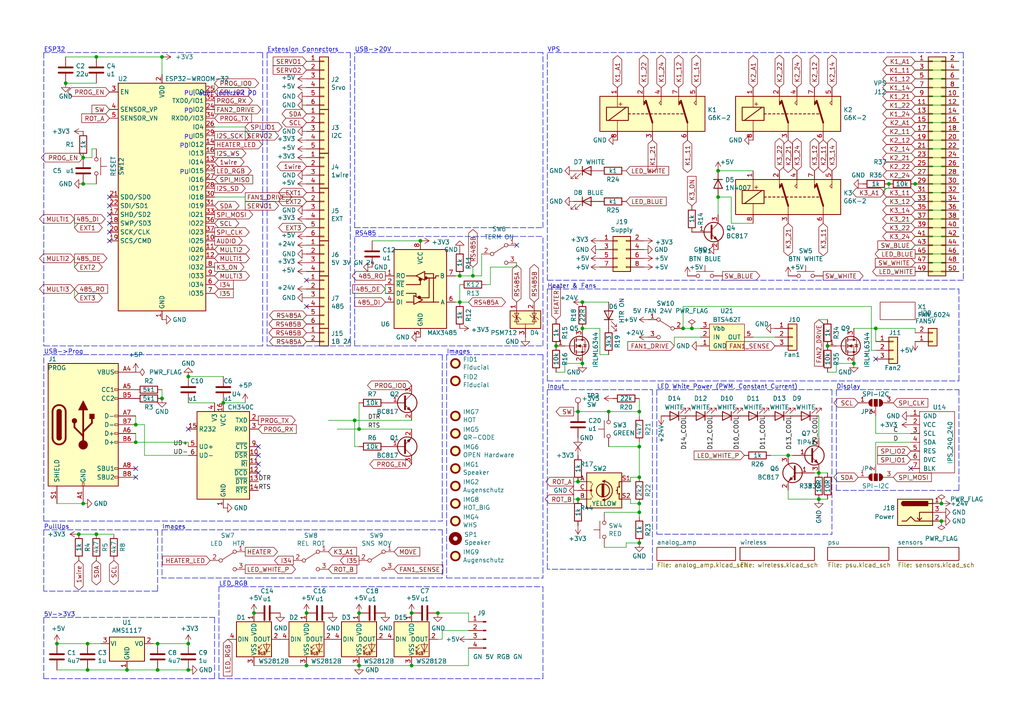
<source format=kicad_sch>
(kicad_sch (version 20211123) (generator eeschema)
  (paper "A4")
  (junction (at 137.16 80.01))
  (junction (at 24.13 146.05))
  (junction (at 45.72 186.69))
  (junction (at 39.37 128.27))
  (junction (at 168.91 87.63))
  (junction (at 54.61 109.22))
  (junction (at 228.6 132.08))
  (junction (at 104.14 193.04))
  (junction (at 54.61 186.69))
  (junction (at 208.28 49.53))
  (junction (at 167.64 119.38))
  (junction (at 208.28 57.15))
  (junction (at 273.05 151.13))
  (junction (at 161.29 100.33))
  (junction (at 121.92 69.85))
  (junction (at 185.42 148.59))
  (junction (at 88.9 177.8))
  (junction (at 39.37 123.19))
  (junction (at 185.42 119.38))
  (junction (at 265.43 53.34))
  (junction (at 237.49 144.78))
  (junction (at 46.99 115.57))
  (junction (at 200.66 95.25))
  (junction (at 168.91 95.25))
  (junction (at 102.87 121.92))
  (junction (at 46.99 16.51))
  (junction (at 168.91 105.41))
  (junction (at 176.53 119.38))
  (junction (at 119.38 177.8))
  (junction (at 104.14 124.46))
  (junction (at 22.86 154.94))
  (junction (at 198.12 95.25))
  (junction (at 240.03 100.33))
  (junction (at 167.64 144.78))
  (junction (at 88.9 193.04))
  (junction (at 185.42 157.48))
  (junction (at 119.38 193.04))
  (junction (at 27.94 16.51))
  (junction (at 273.05 146.05))
  (junction (at 64.77 116.84))
  (junction (at 25.4 194.31))
  (junction (at 237.49 137.16))
  (junction (at 24.13 45.72))
  (junction (at 254 95.25))
  (junction (at 185.42 138.43))
  (junction (at 133.35 87.63))
  (junction (at 127 177.8))
  (junction (at 19.05 24.13))
  (junction (at 36.83 194.31))
  (junction (at 104.14 177.8))
  (junction (at 54.61 194.31))
  (junction (at 73.66 177.8))
  (junction (at 25.4 186.69))
  (junction (at 24.13 53.34))
  (junction (at 133.35 80.01))
  (junction (at 247.65 105.41))
  (junction (at 27.94 154.94))
  (junction (at 257.81 53.34))
  (junction (at 185.42 146.05))
  (junction (at 45.72 194.31))
  (junction (at 167.64 139.7))
  (junction (at 16.51 186.69))
  (junction (at 185.42 129.54))
  (no_connect (at 31.75 62.23))
  (no_connect (at 39.37 135.89))
  (no_connect (at 31.75 59.69))
  (no_connect (at 149.86 71.12))
  (no_connect (at 39.37 138.43))
  (no_connect (at 74.93 137.16))
  (no_connect (at 88.9 81.28))
  (no_connect (at 31.75 67.31))
  (no_connect (at 31.75 57.15))
  (no_connect (at 31.75 69.85))
  (no_connect (at 264.16 135.89))
  (no_connect (at 254 104.14))
  (no_connect (at 88.9 88.9))
  (no_connect (at 31.75 64.77))
  (no_connect (at 74.93 129.54))
  (no_connect (at 74.93 132.08))
  (no_connect (at 54.61 124.46))
  (no_connect (at 74.93 134.62))
  (wire (pts (xy 208.28 49.53) (xy 218.44 49.53)))
  (wire (pts (xy 185.42 119.38) (xy 185.42 120.65)))
  (wire (pts (xy 185.42 148.59) (xy 185.42 149.86)))
  (wire (pts (xy 167.64 144.78) (xy 166.37 144.78)))
  (wire (pts (xy 265.43 50.8) (xy 278.13 50.8)))
  (polyline (pts (xy 102.87 68.58) (xy 157.48 68.58)))
  (polyline (pts (xy 279.4 15.24) (xy 279.4 81.28)))
  (wire (pts (xy 237.49 144.78) (xy 240.03 144.78)))
  (wire (pts (xy 39.37 123.19) (xy 41.91 123.19)))
  (wire (pts (xy 265.43 30.48) (xy 278.13 30.48)))
  (polyline (pts (xy 102.87 66.04) (xy 157.48 66.04)))
  (polyline (pts (xy 12.7 15.24) (xy 12.7 100.33)))
  (wire (pts (xy 163.83 105.41) (xy 163.83 107.95)))
  (wire (pts (xy 265.43 68.58) (xy 278.13 68.58)))
  (polyline (pts (xy 62.23 179.07) (xy 62.23 196.85)))
  (wire (pts (xy 137.16 77.47) (xy 137.16 80.01)))
  (wire (pts (xy 24.13 45.72) (xy 26.67 45.72)))
  (wire (pts (xy 45.72 186.69) (xy 54.61 186.69)))
  (wire (pts (xy 119.38 193.04) (xy 135.89 193.04)))
  (polyline (pts (xy 102.87 100.33) (xy 157.48 100.33)))
  (polyline (pts (xy 77.47 15.24) (xy 77.47 100.33)))
  (wire (pts (xy 142.24 77.47) (xy 142.24 82.55)))
  (polyline (pts (xy 279.4 81.28) (xy 158.75 81.28)))
  (polyline (pts (xy 101.6 15.24) (xy 101.6 100.33)))
  (wire (pts (xy 218.44 64.77) (xy 212.09 64.77)))
  (wire (pts (xy 265.43 45.72) (xy 278.13 45.72)))
  (wire (pts (xy 265.43 78.74) (xy 278.13 78.74)))
  (wire (pts (xy 265.43 58.42) (xy 278.13 58.42)))
  (polyline (pts (xy 45.72 153.67) (xy 45.72 171.45)))
  (wire (pts (xy 195.58 97.79) (xy 195.58 100.33)))
  (wire (pts (xy 27.94 24.13) (xy 19.05 24.13)))
  (wire (pts (xy 265.43 38.1) (xy 278.13 38.1)))
  (wire (pts (xy 21.59 63.5) (xy 21.59 66.04)))
  (wire (pts (xy 44.45 186.69) (xy 45.72 186.69)))
  (wire (pts (xy 25.4 194.31) (xy 16.51 194.31)))
  (wire (pts (xy 175.26 148.59) (xy 185.42 148.59)))
  (wire (pts (xy 104.14 124.46) (xy 119.38 124.46)))
  (wire (pts (xy 137.16 80.01) (xy 133.35 80.01)))
  (wire (pts (xy 149.86 77.47) (xy 142.24 77.47)))
  (wire (pts (xy 265.43 22.86) (xy 278.13 22.86)))
  (wire (pts (xy 39.37 120.65) (xy 39.37 123.19)))
  (polyline (pts (xy 157.48 66.04) (xy 157.48 15.24)))
  (wire (pts (xy 62.23 116.84) (xy 54.61 116.84)))
  (wire (pts (xy 181.61 158.75) (xy 181.61 157.48)))
  (wire (pts (xy 142.24 82.55) (xy 140.97 82.55)))
  (wire (pts (xy 54.61 132.08) (xy 41.91 132.08)))
  (polyline (pts (xy 102.87 66.04) (xy 102.87 15.24)))
  (polyline (pts (xy 189.23 165.1) (xy 158.75 165.1)))
  (polyline (pts (xy 46.99 153.67) (xy 128.27 153.67)))
  (polyline (pts (xy 63.5 170.18) (xy 157.48 170.18)))
  (wire (pts (xy 22.86 154.94) (xy 27.94 154.94)))
  (wire (pts (xy 242.57 107.95) (xy 240.03 107.95)))
  (wire (pts (xy 265.43 66.04) (xy 278.13 66.04)))
  (wire (pts (xy 21.59 77.47) (xy 21.59 74.93)))
  (wire (pts (xy 26.67 43.18) (xy 27.94 43.18)))
  (wire (pts (xy 111.76 82.55) (xy 111.76 85.09)))
  (wire (pts (xy 265.43 95.25) (xy 265.43 96.52)))
  (polyline (pts (xy 158.75 83.82) (xy 278.13 83.82)))
  (wire (pts (xy 62.23 57.15) (xy 71.12 57.15)))
  (polyline (pts (xy 102.87 100.33) (xy 102.87 68.58)))
  (wire (pts (xy 62.23 26.67) (xy 62.23 24.13)))
  (polyline (pts (xy 77.47 15.24) (xy 101.6 15.24)))
  (polyline (pts (xy 157.48 15.24) (xy 102.87 15.24)))
  (wire (pts (xy 265.43 76.2) (xy 278.13 76.2)))
  (wire (pts (xy 62.23 36.83) (xy 71.12 36.83)))
  (wire (pts (xy 128.27 182.88) (xy 135.89 182.88)))
  (polyline (pts (xy 12.7 151.13) (xy 12.7 102.87)))
  (polyline (pts (xy 128.27 153.67) (xy 128.27 167.64)))
  (wire (pts (xy 212.09 57.15) (xy 208.28 57.15)))
  (wire (pts (xy 224.79 97.79) (xy 218.44 97.79)))
  (wire (pts (xy 27.94 16.51) (xy 19.05 16.51)))
  (polyline (pts (xy 128.27 102.87) (xy 128.27 151.13)))
  (wire (pts (xy 223.52 132.08) (xy 228.6 132.08)))
  (polyline (pts (xy 128.27 167.64) (xy 46.99 167.64)))
  (wire (pts (xy 242.57 105.41) (xy 242.57 107.95)))
  (wire (pts (xy 254 128.27) (xy 254 134.62)))
  (wire (pts (xy 256.54 54.61) (xy 256.54 55.88)))
  (polyline (pts (xy 12.7 153.67) (xy 45.72 153.67)))
  (wire (pts (xy 104.14 193.04) (xy 88.9 193.04)))
  (wire (pts (xy 163.83 107.95) (xy 161.29 107.95)))
  (wire (pts (xy 45.72 194.31) (xy 36.83 194.31)))
  (polyline (pts (xy 190.5 154.94) (xy 241.3 154.94)))
  (wire (pts (xy 264.16 125.73) (xy 254 125.73)))
  (wire (pts (xy 247.65 105.41) (xy 242.57 105.41)))
  (wire (pts (xy 36.83 194.31) (xy 25.4 194.31)))
  (wire (pts (xy 265.43 55.88) (xy 278.13 55.88)))
  (wire (pts (xy 173.99 102.87) (xy 176.53 102.87)))
  (wire (pts (xy 128.27 185.42) (xy 128.27 182.88)))
  (wire (pts (xy 237.49 120.65) (xy 237.49 127)))
  (wire (pts (xy 176.53 119.38) (xy 185.42 119.38)))
  (wire (pts (xy 228.6 132.08) (xy 229.87 132.08)))
  (wire (pts (xy 265.43 27.94) (xy 278.13 27.94)))
  (wire (pts (xy 254 125.73) (xy 254 120.65)))
  (wire (pts (xy 121.92 69.85) (xy 107.95 69.85)))
  (wire (pts (xy 237.49 137.16) (xy 240.03 137.16)))
  (wire (pts (xy 135.89 87.63) (xy 133.35 87.63)))
  (polyline (pts (xy 12.7 102.87) (xy 128.27 102.87)))
  (polyline (pts (xy 129.54 102.87) (xy 129.54 167.64)))
  (polyline (pts (xy 12.7 153.67) (xy 12.7 171.45)))
  (wire (pts (xy 133.35 80.01) (xy 132.08 80.01)))
  (wire (pts (xy 39.37 128.27) (xy 39.37 125.73)))
  (wire (pts (xy 265.43 73.66) (xy 278.13 73.66)))
  (wire (pts (xy 41.91 132.08) (xy 41.91 123.19)))
  (polyline (pts (xy 12.7 15.24) (xy 76.2 15.24)))
  (polyline (pts (xy 157.48 102.87) (xy 157.48 167.64)))
  (wire (pts (xy 104.14 116.84) (xy 104.14 124.46)))
  (wire (pts (xy 264.16 128.27) (xy 254 128.27)))
  (polyline (pts (xy 278.13 110.49) (xy 278.13 83.82)))
  (wire (pts (xy 54.61 194.31) (xy 45.72 194.31)))
  (wire (pts (xy 25.4 186.69) (xy 29.21 186.69)))
  (polyline (pts (xy 63.5 196.85) (xy 157.48 196.85)))
  (wire (pts (xy 132.08 87.63) (xy 133.35 87.63)))
  (wire (pts (xy 104.14 193.04) (xy 119.38 193.04)))
  (wire (pts (xy 212.09 64.77) (xy 212.09 57.15)))
  (wire (pts (xy 97.79 124.46) (xy 104.14 124.46)))
  (wire (pts (xy 237.49 92.71) (xy 240.03 92.71)))
  (wire (pts (xy 203.2 97.79) (xy 195.58 97.79)))
  (wire (pts (xy 139.7 80.01) (xy 139.7 73.66)))
  (wire (pts (xy 185.42 129.54) (xy 185.42 138.43)))
  (polyline (pts (xy 190.5 113.03) (xy 190.5 154.94)))
  (wire (pts (xy 265.43 20.32) (xy 278.13 20.32)))
  (wire (pts (xy 102.87 121.92) (xy 102.87 129.54)))
  (polyline (pts (xy 158.75 110.49) (xy 278.13 110.49)))
  (wire (pts (xy 185.42 138.43) (xy 182.88 138.43)))
  (wire (pts (xy 135.89 177.8) (xy 135.89 180.34)))
  (polyline (pts (xy 157.48 100.33) (xy 157.48 68.58)))
  (wire (pts (xy 182.88 146.05) (xy 185.42 146.05)))
  (wire (pts (xy 176.53 129.54) (xy 185.42 129.54)))
  (wire (pts (xy 236.22 137.16) (xy 237.49 137.16)))
  (wire (pts (xy 135.89 193.04) (xy 135.89 187.96)))
  (wire (pts (xy 265.43 40.64) (xy 278.13 40.64)))
  (wire (pts (xy 137.16 80.01) (xy 139.7 80.01)))
  (wire (pts (xy 64.77 116.84) (xy 71.12 116.84)))
  (wire (pts (xy 54.61 128.27) (xy 54.61 129.54)))
  (wire (pts (xy 254 95.25) (xy 265.43 95.25)))
  (wire (pts (xy 175.26 158.75) (xy 181.61 158.75)))
  (wire (pts (xy 21.59 86.36) (xy 21.59 83.82)))
  (polyline (pts (xy 190.5 113.03) (xy 241.3 113.03)))
  (polyline (pts (xy 129.54 167.64) (xy 157.48 167.64)))
  (wire (pts (xy 265.43 35.56) (xy 278.13 35.56)))
  (polyline (pts (xy 242.57 113.03) (xy 278.13 113.03)))
  (wire (pts (xy 252.73 101.6) (xy 254 101.6)))
  (wire (pts (xy 127 177.8) (xy 135.89 177.8)))
  (wire (pts (xy 173.99 95.25) (xy 173.99 102.87)))
  (polyline (pts (xy 62.23 196.85) (xy 12.7 196.85)))
  (wire (pts (xy 181.61 157.48) (xy 185.42 157.48)))
  (wire (pts (xy 185.42 146.05) (xy 185.42 148.59)))
  (polyline (pts (xy 189.23 113.03) (xy 189.23 165.1)))
  (wire (pts (xy 185.42 129.54) (xy 185.42 128.27)))
  (wire (pts (xy 265.43 53.34) (xy 278.13 53.34)))
  (wire (pts (xy 149.86 76.2) (xy 149.86 77.47)))
  (polyline (pts (xy 279.4 15.24) (xy 158.75 15.24)))
  (wire (pts (xy 16.51 186.69) (xy 25.4 186.69)))
  (wire (pts (xy 182.88 138.43) (xy 182.88 139.7)))
  (wire (pts (xy 168.91 105.41) (xy 163.83 105.41)))
  (polyline (pts (xy 157.48 102.87) (xy 129.54 102.87)))
  (wire (pts (xy 127 185.42) (xy 128.27 185.42)))
  (wire (pts (xy 200.66 95.25) (xy 198.12 95.25)))
  (wire (pts (xy 265.43 25.4) (xy 278.13 25.4)))
  (polyline (pts (xy 158.75 113.03) (xy 189.23 113.03)))
  (wire (pts (xy 39.37 128.27) (xy 54.61 128.27)))
  (polyline (pts (xy 63.5 196.85) (xy 63.5 170.18)))
  (wire (pts (xy 167.64 119.38) (xy 166.37 119.38)))
  (polyline (pts (xy 158.75 81.28) (xy 158.75 15.24)))
  (polyline (pts (xy 12.7 151.13) (xy 128.27 151.13)))
  (wire (pts (xy 27.94 154.94) (xy 33.02 154.94)))
  (wire (pts (xy 71.12 39.37) (xy 71.12 36.83)))
  (wire (pts (xy 208.28 62.23) (xy 208.28 57.15)))
  (polyline (pts (xy 158.75 113.03) (xy 158.75 165.1)))
  (wire (pts (xy 54.61 109.22) (xy 64.77 109.22)))
  (polyline (pts (xy 76.2 100.33) (xy 12.7 100.33)))
  (wire (pts (xy 71.12 59.69) (xy 71.12 57.15)))
  (wire (pts (xy 198.12 88.9) (xy 198.12 95.25)))
  (wire (pts (xy 176.53 119.38) (xy 167.64 119.38)))
  (polyline (pts (xy 242.57 142.24) (xy 242.57 113.03)))
  (wire (pts (xy 228.6 144.78) (xy 237.49 144.78)))
  (polyline (pts (xy 77.47 100.33) (xy 101.6 100.33)))
  (wire (pts (xy 168.91 95.25) (xy 173.99 95.25)))
  (wire (pts (xy 102.87 121.92) (xy 119.38 121.92)))
  (wire (pts (xy 254 95.25) (xy 247.65 95.25)))
  (wire (pts (xy 265.43 43.18) (xy 278.13 43.18)))
  (polyline (pts (xy 241.3 113.03) (xy 241.3 154.94)))
  (wire (pts (xy 198.12 88.9) (xy 252.73 88.9)))
  (wire (pts (xy 203.2 95.25) (xy 200.66 95.25)))
  (wire (pts (xy 102.87 129.54) (xy 104.14 129.54)))
  (wire (pts (xy 16.51 146.05) (xy 24.13 146.05)))
  (wire (pts (xy 182.88 144.78) (xy 182.88 146.05)))
  (wire (pts (xy 185.42 119.38) (xy 185.42 115.57)))
  (polyline (pts (xy 45.72 171.45) (xy 12.7 171.45)))
  (polyline (pts (xy 157.48 196.85) (xy 157.48 170.18)))
  (polyline (pts (xy 12.7 179.07) (xy 62.23 179.07)))
  (wire (pts (xy 46.99 16.51) (xy 27.94 16.51)))
  (wire (pts (xy 133.35 87.63) (xy 133.35 82.55)))
  (wire (pts (xy 257.81 53.34) (xy 257.81 54.61)))
  (wire (pts (xy 46.99 113.03) (xy 46.99 115.57)))
  (wire (pts (xy 265.43 60.96) (xy 278.13 60.96)))
  (wire (pts (xy 265.43 63.5) (xy 278.13 63.5)))
  (polyline (pts (xy 158.75 110.49) (xy 158.75 83.82)))
  (wire (pts (xy 252.73 88.9) (xy 252.73 101.6)))
  (polyline (pts (xy 278.13 113.03) (xy 278.13 142.24)))
  (wire (pts (xy 167.64 139.7) (xy 166.37 139.7)))
  (wire (pts (xy 257.81 54.61) (xy 256.54 54.61)))
  (wire (pts (xy 26.67 45.72) (xy 26.67 43.18)))
  (wire (pts (xy 46.99 21.59) (xy 46.99 16.51)))
  (wire (pts (xy 168.91 87.63) (xy 176.53 87.63)))
  (wire (pts (xy 265.43 48.26) (xy 278.13 48.26)))
  (polyline (pts (xy 76.2 15.24) (xy 76.2 100.33)))
  (polyline (pts (xy 46.99 153.67) (xy 46.99 167.64)))
  (wire (pts (xy 254 99.06) (xy 254 95.25)))
  (polyline (pts (xy 278.13 142.24) (xy 242.57 142.24)))
  (wire (pts (xy 228.6 142.24) (xy 228.6 144.78)))
  (wire (pts (xy 88.9 193.04) (xy 73.66 193.04)))
  (polyline (pts (xy 12.7 196.85) (xy 12.7 179.07)))
  (wire (pts (xy 265.43 17.78) (xy 278.13 17.78)))
  (wire (pts (xy 265.43 71.12) (xy 278.13 71.12)))
  (wire (pts (xy 24.13 53.34) (xy 27.94 53.34)))
  (wire (pts (xy 265.43 33.02) (xy 278.13 33.02)))
  (wire (pts (xy 95.25 121.92) (xy 102.87 121.92)))
  (text "LED White Power (PWM, Constant Current)" (at 190.5 113.03 0) (effects (font (size 1.27 1.27)) (justify left bottom)))
  (text "LED_RGB" (at 63.5 170.18 0) (effects (font (size 1.27 1.27)) (justify left bottom)))
  (text "Display" (at 242.57 113.03 0) (effects (font (size 1.27 1.27)) (justify left bottom)))
  (text "USB->Prog" (at 12.7 102.87 0) (effects (font (size 1.27 1.27)) (justify left bottom)))
  (text "PD" (at 52.07 43.18 0) (effects (font (size 1.27 1.27)) (justify left bottom)))
  (text "Images" (at 129.54 102.87 0) (effects (font (size 1.27 1.27)) (justify left bottom)))
  (text "PU, aber jederzeit PD" (at 53.34 27.94 0) (effects (font (size 1.27 1.27)) (justify left bottom)))
  (text "Input" (at 158.75 113.03 0) (effects (font (size 1.27 1.27)) (justify left bottom)))
  (text "USB->20V" (at 102.87 15.24 0) (effects (font (size 1.27 1.27)) (justify left bottom)))
  (text "VPS" (at 158.75 15.24 0) (effects (font (size 1.27 1.27)) (justify left bottom)))
  (text "Images" (at 46.99 153.67 0) (effects (font (size 1.27 1.27)) (justify left bottom)))
  (text "PullUps" (at 12.7 153.67 0) (effects (font (size 1.27 1.27)) (justify left bottom)))
  (text "PU" (at 53.34 40.64 0) (effects (font (size 1.27 1.27)) (justify left bottom)))
  (text "5V->3V3" (at 12.7 179.07 0) (effects (font (size 1.27 1.27)) (justify left bottom)))
  (text "RS485" (at 102.87 68.58 0) (effects (font (size 1.27 1.27)) (justify left bottom)))
  (text "Heater & Fans" (at 158.75 83.82 0) (effects (font (size 1.27 1.27)) (justify left bottom)))
  (text "PU" (at 52.07 50.8 0) (effects (font (size 1.27 1.27)) (justify left bottom)))
  (text "Extension Connectors" (at 77.47 15.24 0) (effects (font (size 1.27 1.27)) (justify left bottom)))
  (text "PD" (at 53.34 33.02 0) (effects (font (size 1.27 1.27)) (justify left bottom)))
  (text "ESP32" (at 12.7 15.24 0) (effects (font (size 1.27 1.27)) (justify left bottom)))
  (label "D10_COOL" (at 214.63 120.65 270))
  (label "RTS" (at 106.68 124.46 0))
  (label "D12_COOL" (at 207.01 120.65 270))
  (label "UD+" (at 54.61 129.54 180))
  (label "D11_COOL" (at 222.25 120.65 270))
  (label "C" (at 259.08 125.73 0))
  (label "D13_COOL" (at 229.87 120.65 270))
  (label "D" (at 259.08 128.27 0))
  (label "DTR" (at 74.93 139.7 0))
  (label "DTR" (at 106.68 121.92 0))
  (label "RTS" (at 74.93 142.24 0))
  (label "UD-" (at 54.61 132.08 180))
  (label "D9_COOL" (at 237.49 120.65 270))
  (label "D14_COOL" (at 199.39 120.65 270))
  (global_label "SW_WHITE" (shape output) (at 238.76 80.01 0) (property "Intersheet References" "${INTERSHEET_REFS}" (effects hide)))
  (global_label "RS485B" (shape bidirectional) (at 137.16 77.47 90) (property "Intersheet References" "${INTERSHEET_REFS}" (effects hide)))
  (global_label "FAN2_DRIVE" (shape output) (at 62.23 31.75 0) (property "Intersheet References" "${INTERSHEET_REFS}" (effects hide)))
  (global_label "PROG_IO0" (shape bidirectional) (at 119.38 111.76 180) (property "Intersheet References" "${INTERSHEET_REFS}" (effects hide)))
  (global_label "RS485A" (shape bidirectional) (at 149.86 87.63 90) (property "Intersheet References" "${INTERSHEET_REFS}" (effects hide)))
  (global_label "PROG_EN" (shape bidirectional) (at 31.75 26.67 180) (property "Intersheet References" "${INTERSHEET_REFS}" (effects hide)))
  (global_label "K1_21" (shape bidirectional) (at 265.43 27.94 180) (property "Intersheet References" "${INTERSHEET_REFS}" (effects hide)))
  (global_label "K3_11" (shape bidirectional) (at 238.76 64.77 270) (property "Intersheet References" "${INTERSHEET_REFS}" (effects hide)))
  (global_label "K3_11" (shape bidirectional) (at 265.43 55.88 180) (property "Intersheet References" "${INTERSHEET_REFS}" (effects hide)))
  (global_label "K3_21" (shape bidirectional) (at 265.43 63.5 180) (property "Intersheet References" "${INTERSHEET_REFS}" (effects hide)))
  (global_label "SPI_IO2" (shape bidirectional) (at 62.23 26.67 0) (property "Intersheet References" "${INTERSHEET_REFS}" (effects hide)))
  (global_label "EXT3" (shape bidirectional) (at 21.59 86.36 0) (property "Intersheet References" "${INTERSHEET_REFS}" (effects hide)))
  (global_label "LED_WHITE" (shape output) (at 265.43 78.74 180) (property "Intersheet References" "${INTERSHEET_REFS}" (effects hide)))
  (global_label "SCL" (shape bidirectional) (at 88.9 35.56 180) (property "Intersheet References" "${INTERSHEET_REFS}" (effects hide)))
  (global_label "SPI_CLK" (shape output) (at 62.23 67.31 0) (property "Intersheet References" "${INTERSHEET_REFS}" (effects hide)))
  (global_label "HEATER" (shape output) (at 71.12 160.02 0) (property "Intersheet References" "${INTERSHEET_REFS}" (effects hide)))
  (global_label "LED_BLUE" (shape input) (at 181.61 58.42 0) (property "Intersheet References" "${INTERSHEET_REFS}" (effects hide)))
  (global_label "I2S_WS" (shape output) (at 62.23 44.45 0) (property "Intersheet References" "${INTERSHEET_REFS}" (effects hide)))
  (global_label "K2_21" (shape bidirectional) (at 265.43 45.72 180) (property "Intersheet References" "${INTERSHEET_REFS}" (effects hide)))
  (global_label "485_DI" (shape input) (at 111.76 87.63 180) (property "Intersheet References" "${INTERSHEET_REFS}" (effects hide)))
  (global_label "RS485A" (shape bidirectional) (at 88.9 99.06 180) (property "Intersheet References" "${INTERSHEET_REFS}" (effects hide)))
  (global_label "SW" (shape output) (at 166.37 119.38 180) (property "Intersheet References" "${INTERSHEET_REFS}" (effects hide)))
  (global_label "SERVO2" (shape output) (at 71.12 39.37 0) (property "Intersheet References" "${INTERSHEET_REFS}" (effects hide)))
  (global_label "LED_WHITE_P" (shape input) (at 215.9 132.08 180) (property "Intersheet References" "${INTERSHEET_REFS}" (effects hide)))
  (global_label "LED_BLUE" (shape output) (at 265.43 73.66 180) (property "Intersheet References" "${INTERSHEET_REFS}" (effects hide)))
  (global_label "K1_22" (shape bidirectional) (at 265.43 30.48 180) (property "Intersheet References" "${INTERSHEET_REFS}" (effects hide)))
  (global_label "PROG_TX" (shape input) (at 62.23 34.29 0) (property "Intersheet References" "${INTERSHEET_REFS}" (effects hide)))
  (global_label "SDA" (shape bidirectional) (at 62.23 59.69 0) (property "Intersheet References" "${INTERSHEET_REFS}" (effects hide)))
  (global_label "K1_14" (shape bidirectional) (at 265.43 25.4 180) (property "Intersheet References" "${INTERSHEET_REFS}" (effects hide)))
  (global_label "485_DE" (shape output) (at 21.59 74.93 0) (property "Intersheet References" "${INTERSHEET_REFS}" (effects hide)))
  (global_label "I2S_SD" (shape output) (at 62.23 54.61 0) (property "Intersheet References" "${INTERSHEET_REFS}" (effects hide)))
  (global_label "PROG_RX" (shape input) (at 74.93 124.46 0) (property "Intersheet References" "${INTERSHEET_REFS}" (effects hide)))
  (global_label "K2_22" (shape bidirectional) (at 226.06 25.4 90) (property "Intersheet References" "${INTERSHEET_REFS}" (effects hide)))
  (global_label "K3_22" (shape bidirectional) (at 226.06 49.53 90) (property "Intersheet References" "${INTERSHEET_REFS}" (effects hide)))
  (global_label "RS485B" (shape bidirectional) (at 88.9 93.98 180) (property "Intersheet References" "${INTERSHEET_REFS}" (effects hide)))
  (global_label "K2_22" (shape bidirectional) (at 265.43 48.26 180) (property "Intersheet References" "${INTERSHEET_REFS}" (effects hide)))
  (global_label "SPI_IO2" (shape input) (at 264.16 130.81 180) (property "Intersheet References" "${INTERSHEET_REFS}" (effects hide)))
  (global_label "SPI_IO1" (shape input) (at 264.16 133.35 180) (property "Intersheet References" "${INTERSHEET_REFS}" (effects hide)))
  (global_label "K1_24" (shape bidirectional) (at 265.43 33.02 180) (property "Intersheet References" "${INTERSHEET_REFS}" (effects hide)))
  (global_label "I34" (shape output) (at 85.09 162.56 180) (property "Intersheet References" "${INTERSHEET_REFS}" (effects hide)))
  (global_label "MULTI3" (shape bidirectional) (at 62.23 80.01 0) (property "Intersheet References" "${INTERSHEET_REFS}" (effects hide)))
  (global_label "EXT3" (shape bidirectional) (at 88.9 66.04 180) (property "Intersheet References" "${INTERSHEET_REFS}" (effects hide)))
  (global_label "SERVO1" (shape output) (at 71.12 59.69 0) (property "Intersheet References" "${INTERSHEET_REFS}" (effects hide)))
  (global_label "K1_12" (shape bidirectional) (at 265.43 22.86 180) (property "Intersheet References" "${INTERSHEET_REFS}" (effects hide)))
  (global_label "K3_ON" (shape output) (at 62.23 77.47 0) (property "Intersheet References" "${INTERSHEET_REFS}" (effects hide)))
  (global_label "LED_WHITE" (shape input) (at 181.61 49.53 0) (property "Intersheet References" "${INTERSHEET_REFS}" (effects hide)))
  (global_label "SERVO1" (shape input) (at 88.9 17.78 180) (property "Intersheet References" "${INTERSHEET_REFS}" (effects hide)))
  (global_label "K2_24" (shape bidirectional) (at 265.43 50.8 180) (property "Intersheet References" "${INTERSHEET_REFS}" (effects hide)))
  (global_label "K2_12" (shape bidirectional) (at 236.22 25.4 90) (property "Intersheet References" "${INTERSHEET_REFS}" (effects hide)))
  (global_label "SDA" (shape bidirectional) (at 27.94 162.56 270) (property "Intersheet References" "${INTERSHEET_REFS}" (effects hide)))
  (global_label "485_RO" (shape input) (at 21.59 83.82 0) (property "Intersheet References" "${INTERSHEET_REFS}" (effects hide)))
  (global_label "1wire" (shape bidirectional) (at 22.86 162.56 270) (property "Intersheet References" "${INTERSHEET_REFS}" (effects hide)))
  (global_label "HEATER_LED" (shape output) (at 62.23 41.91 0) (property "Intersheet References" "${INTERSHEET_REFS}" (effects hide)))
  (global_label "I35" (shape input) (at 62.23 85.09 0) (property "Intersheet References" "${INTERSHEET_REFS}" (effects hide)))
  (global_label "PROG_RX" (shape output) (at 62.23 29.21 0) (property "Intersheet References" "${INTERSHEET_REFS}" (effects hide)))
  (global_label "SW" (shape input) (at 31.75 31.75 180) (property "Intersheet References" "${INTERSHEET_REFS}" (effects hide)))
  (global_label "I2S_SCK" (shape output) (at 62.23 39.37 0) (property "Intersheet References" "${INTERSHEET_REFS}" (effects hide)))
  (global_label "K1_14" (shape bidirectional) (at 201.93 25.4 90) (property "Intersheet References" "${INTERSHEET_REFS}" (effects hide)))
  (global_label "485_RO" (shape output) (at 111.76 80.01 180) (property "Intersheet References" "${INTERSHEET_REFS}" (effects hide)))
  (global_label "K3_ON" (shape input) (at 200.66 59.69 90) (property "Intersheet References" "${INTERSHEET_REFS}" (effects hide)))
  (global_label "MULTI2" (shape bidirectional) (at 21.59 74.93 180) (property "Intersheet References" "${INTERSHEET_REFS}" (effects hide)))
  (global_label "FAN1_SENSE" (shape input) (at 224.79 100.33 180) (property "Intersheet References" "${INTERSHEET_REFS}" (effects hide)))
  (global_label "K1_22" (shape bidirectional) (at 186.69 25.4 90) (property "Intersheet References" "${INTERSHEET_REFS}" (effects hide)))
  (global_label "EXT1" (shape bidirectional) (at 88.9 55.88 180) (property "Intersheet References" "${INTERSHEET_REFS}" (effects hide)))
  (global_label "K2_14" (shape bidirectional) (at 241.3 25.4 90) (property "Intersheet References" "${INTERSHEET_REFS}" (effects hide)))
  (global_label "K3_12" (shape bidirectional) (at 236.22 49.53 90) (property "Intersheet References" "${INTERSHEET_REFS}" (effects hide)))
  (global_label "ROT_B" (shape output) (at 166.37 144.78 180) (property "Intersheet References" "${INTERSHEET_REFS}" (effects hide)))
  (global_label "SPI_MISO" (shape input) (at 62.23 52.07 0) (property "Intersheet References" "${INTERSHEET_REFS}" (effects hide)))
  (global_label "K1_11" (shape bidirectional) (at 199.39 40.64 270) (property "Intersheet References" "${INTERSHEET_REFS}" (effects hide)))
  (global_label "K2_24" (shape bidirectional) (at 231.14 25.4 90) (property "Intersheet References" "${INTERSHEET_REFS}" (effects hide)))
  (global_label "SPI_CLK" (shape input) (at 259.08 116.84 0) (property "Intersheet References" "${INTERSHEET_REFS}" (effects hide)))
  (global_label "K3_14" (shape bidirectional) (at 265.43 60.96 180) (property "Intersheet References" "${INTERSHEET_REFS}" (effects hide)))
  (global_label "PROG_EN" (shape bidirectional) (at 24.13 45.72 180) (property "Intersheet References" "${INTERSHEET_REFS}" (effects hide)))
  (global_label "FAN1_SENSE" (shape input) (at 114.3 165.1 0) (property "Intersheet References" "${INTERSHEET_REFS}" (effects hide)))
  (global_label "LED_RGB" (shape input) (at 66.04 185.42 270) (property "Intersheet References" "${INTERSHEET_REFS}" (effects hide)))
  (global_label "PROG_TX" (shape output) (at 74.93 121.92 0) (property "Intersheet References" "${INTERSHEET_REFS}" (effects hide)))
  (global_label "SPI_MOSI" (shape output) (at 62.23 62.23 0) (property "Intersheet References" "${INTERSHEET_REFS}" (effects hide)))
  (global_label "K2_12" (shape bidirectional) (at 265.43 40.64 180) (property "Intersheet References" "${INTERSHEET_REFS}" (effects hide)))
  (global_label "SW_WHITE" (shape input) (at 265.43 76.2 180) (property "Intersheet References" "${INTERSHEET_REFS}" (effects hide)))
  (global_label "K2_14" (shape bidirectional) (at 265.43 43.18 180) (property "Intersheet References" "${INTERSHEET_REFS}" (effects hide)))
  (global_label "SPI_IO1" (shape bidirectional) (at 71.12 36.83 0) (property "Intersheet References" "${INTERSHEET_REFS}" (effects hide)))
  (global_label "K1_A1" (shape bidirectional) (at 179.07 25.4 90) (property "Intersheet References" "${INTERSHEET_REFS}" (effects hide)))
  (global_label "PROG_IO0" (shape bidirectional) (at 62.23 24.13 0) (property "Intersheet References" "${INTERSHEET_REFS}" (effects hide)))
  (global_label "LED_RGB" (shape output) (at 62.23 49.53 0) (property "Intersheet References" "${INTERSHEET_REFS}" (effects hide)))
  (global_label "K3_12" (shape bidirectional) (at 265.43 58.42 180) (property "Intersheet References" "${INTERSHEET_REFS}" (effects hide)))
  (global_label "FAN2_DRIVE" (shape input) (at 237.49 92.71 270) (property "Intersheet References" "${INTERSHEET_REFS}" (effects hide)))
  (global_label "ROT_B" (shape input) (at 95.25 165.1 0) (property "Intersheet References" "${INTERSHEET_REFS}" (effects hide)))
  (global_label "HEATER" (shape input) (at 161.29 92.71 90) (property "Intersheet References" "${INTERSHEET_REFS}" (effects hide)))
  (global_label "SW_BLUE" (shape output) (at 209.55 80.01 0) (property "Intersheet References" "${INTERSHEET_REFS}" (effects hide)))
  (global_label "K3_22" (shape bidirectional) (at 265.43 66.04 180) (property "Intersheet References" "${INTERSHEET_REFS}" (effects hide)))
  (global_label "K2_11" (shape bidirectional) (at 265.43 38.1 180) (property "Intersheet References" "${INTERSHEET_REFS}" (effects hide)))
  (global_label "MULTI1" (shape bidirectional) (at 62.23 74.93 0) (property "Intersheet References" "${INTERSHEET_REFS}" (effects hide)))
  (global_label "1wire" (shape bidirectional) (at 88.9 48.26 180) (property "Intersheet References" "${INTERSHEET_REFS}" (effects hide)))
  (global_label "K1_24" (shape bidirectional) (at 191.77 25.4 90) (property "Intersheet References" "${INTERSHEET_REFS}" (effects hide)))
  (global_label "SCL" (shape bidirectional) (at 62.23 64.77 0) (property "Intersheet References" "${INTERSHEET_REFS}" (effects hide)))
  (global_label "LED_WHITE_P" (shape output) (at 71.12 165.1 0) (property "Intersheet References" "${INTERSHEET_REFS}" (effects hide)))
  (global_label "RS485B" (shape bidirectional) (at 154.94 87.63 90) (property "Intersheet References" "${INTERSHEET_REFS}" (effects hide)))
  (global_label "K2_21" (shape bidirectional) (at 228.6 40.64 270) (property "Intersheet References" "${INTERSHEET_REFS}" (effects hide)))
  (global_label "AUDIO" (shape output) (at 62.23 69.85 0) (property "Intersheet References" "${INTERSHEET_REFS}" (effects hide)))
  (global_label "RS485A" (shape bidirectional) (at 135.89 87.63 0) (property "Intersheet References" "${INTERSHEET_REFS}" (effects hide)))
  (global_label "MULTI3" (shape bidirectional) (at 21.59 83.82 180) (property "Intersheet References" "${INTERSHEET_REFS}" (effects hide)))
  (global_label "K3_14" (shape bidirectional) (at 241.3 49.53 90) (property "Intersheet References" "${INTERSHEET_REFS}" (effects hide)))
  (global_label "SCL" (shape bidirectional) (at 33.02 162.56 270) (property "Intersheet References" "${INTERSHEET_REFS}" (effects hide)))
  (global_label "SERVO2" (shape input) (at 88.9 20.32 180) (property "Intersheet References" "${INTERSHEET_REFS}" (effects hide)))
  (global_label "EXT2" (shape bidirectional) (at 88.9 58.42 180) (property "Intersheet References" "${INTERSHEET_REFS}" (effects hide)))
  (global_label "1wire" (shape bidirectional) (at 62.23 46.99 0) (property "Intersheet References" "${INTERSHEET_REFS}" (effects hide)))
  (global_label "FAN1_DRIVE" (shape output) (at 71.12 57.15 0) (property "Intersheet References" "${INTERSHEET_REFS}" (effects hide)))
  (global_label "K2_11" (shape bidirectional) (at 238.76 40.64 270) (property "Intersheet References" "${INTERSHEET_REFS}" (effects hide)))
  (global_label "K3_21" (shape bidirectional) (at 228.6 64.77 270) (property "Intersheet References" "${INTERSHEET_REFS}" (effects hide)))
  (global_label "K2_A1" (shape bidirectional) (at 218.44 25.4 90) (property "Intersheet References" "${INTERSHEET_REFS}" (effects hide)))
  (global_label "RS485B" (shape bidirectional) (at 88.9 96.52 180) (property "Intersheet References" "${INTERSHEET_REFS}" (effects hide)))
  (global_label "485_DE" (shape input) (at 111.76 83.82 180) (property "Intersheet References" "${INTERSHEET_REFS}" (effects hide)))
  (global_label "SCL" (shape bidirectional) (at 248.92 116.84 180) (property "Intersheet References" "${INTERSHEET_REFS}" (effects hide)))
  (global_label "I35" (shape output) (at 104.14 162.56 180) (property "Intersheet References" "${INTERSHEET_REFS}" (effects hide)))
  (global_label "ROT_A" (shape input) (at 31.75 34.29 180) (property "Intersheet References" "${INTERSHEET_REFS}" (effects hide)))
  (global_label "I34" (shape input) (at 62.23 82.55 0) (property "Intersheet References" "${INTERSHEET_REFS}" (effects hide)))
  (global_label "K1_21" (shape bidirectional) (at 189.23 40.64 270) (property "Intersheet References" "${INTERSHEET_REFS}" (effects hide)))
  (global_label "K3_24" (shape bidirectional) (at 265.43 68.58 180) (property "Intersheet References" "${INTERSHEET_REFS}" (effects hide)))
  (global_label "EXT2" (shape bidirectional) (at 21.59 77.47 0) (property "Intersheet References" "${INTERSHEET_REFS}" (effects hide)))
  (global_label "K1_12" (shape bidirectional) (at 196.85 25.4 90) (property "Intersheet References" "${INTERSHEET_REFS}" (effects hide)))
  (global_label "HEATER_LED" (shape input) (at 60.96 162.56 180) (property "Intersheet References" "${INTERSHEET_REFS}" (effects hide)))
  (global_label "FAN1_DRIVE" (shape input) (at 195.58 100.33 180) (property "Intersheet References" "${INTERSHEET_REFS}" (effects hide)))
  (global_label "SDA" (shape bidirectional) (at 88.9 33.02 180) (property "Intersheet References" "${INTERSHEET_REFS}" (effects hide)))
  (global_label "K1_A1" (shape bidirectional) (at 265.43 17.78 180) (property "Intersheet References" "${INTERSHEET_REFS}" (effects hide)))
  (global_label "K1_11" (shape bidirectional) (at 265.43 20.32 180) (property "Intersheet References" "${INTERSHEET_REFS}" (effects hide)))
  (global_label "K3_24" (shape bidirectional) (at 231.14 49.53 90) (property "Intersheet References" "${INTERSHEET_REFS}" (effects hide)))
  (global_label "K3_A1" (shape input) (at 95.25 160.02 0) (property "Intersheet References" "${INTERSHEET_REFS}" (effects hide)))
  (global_label "PROG_EN" (shape bidirectional) (at 119.38 134.62 180) (property "Intersheet References" "${INTERSHEET_REFS}" (effects hide)))
  (global_label "SPI_MOSI" (shape input) (at 259.08 138.43 0) (property "Intersheet References" "${INTERSHEET_REFS}" (effects hide)))
  (global_label "MULTI2" (shape bidirectional) (at 62.23 72.39 0) (property "Intersheet References" "${INTERSHEET_REFS}" (effects hide)))
  (global_label "K2_A1" (shape bidirectional) (at 265.43 35.56 180) (property "Intersheet References" "${INTERSHEET_REFS}" (effects hide)))
  (global_label "EXT1" (shape bidirectional) (at 21.59 66.04 0) (property "Intersheet References" "${INTERSHEET_REFS}" (effects hide)))
  (global_label "SDA" (shape bidirectional) (at 248.92 138.43 180) (property "Intersheet References" "${INTERSHEET_REFS}" (effects hide)))
  (global_label "K3_A1" (shape bidirectional) (at 256.54 55.88 180) (property "Intersheet References" "${INTERSHEET_REFS}" (effects hide)))
  (global_label "485_DI" (shape output) (at 21.59 63.5 0) (property "Intersheet References" "${INTERSHEET_REFS}" (effects hide)))
  (global_label "ROT_A" (shape output) (at 166.37 139.7 180) (property "Intersheet References" "${INTERSHEET_REFS}" (effects hide)))
  (global_label "MULTI1" (shape bidirectional) (at 21.59 63.5 180) (property "Intersheet References" "${INTERSHEET_REFS}" (effects hide)))
  (global_label "SW_BLUE" (shape input) (at 265.43 71.12 180) (property "Intersheet References" "${INTERSHEET_REFS}" (effects hide)))
  (global_label "MOVE" (shape input) (at 114.3 160.02 0) (property "Intersheet References" "${INTERSHEET_REFS}" (effects hide)))
  (global_label "RS485A" (shape bidirectional) (at 88.9 91.44 180) (property "Intersheet References" "${INTERSHEET_REFS}" (effects hide)))
  (symbol (lib_id "RF_Module:ESP32-WROOM-32") (at 46.99 57.15 0) (unit 1)
    (property "Reference" "U2" (at 35.56 22.86 0))
    (property "Value" "ESP32-WROOM-32" (at 57.15 22.86 0))
    (property "Footprint" "RF_Module:ESP32-WROOM-32" (effects hide))
    (property "Datasheet" "https://www.espressif.com/sites/default/files/documentation/esp32-wroom-32_datasheet_en.pdf" (effects hide))
  )
  (symbol (lib_id "Switch:SW_Push") (at 176.53 124.46 90) (unit 1)
    (property "Reference" "SW3" (at 177.7492 123.2916 90) (effects (justify right)))
    (property "Value" "GREEN" (at 177.7492 125.603 90) (effects (justify right)))
    (property "Footprint" "liebler_MECH:SW_Push_1P1T_NO_CK_PTS125Sx43PSMTR" (effects hide))
  )
  (symbol (lib_id "Switch:SW_Push") (at 175.26 153.67 90) (unit 1)
    (property "Reference" "SW4" (at 176.4792 152.5016 90) (effects (justify right)))
    (property "Value" "RED" (at 176.4792 154.813 90) (effects (justify right)))
    (property "Footprint" "liebler_MECH:SW_Push_1P1T_NO_CK_PTS125Sx43PSMTR" (effects hide))
  )
  (symbol (lib_id "Device:Rotary_Encoder_Switch") (at 175.26 142.24 0) (unit 1)
    (property "Reference" "SW2" (at 173.99 135.89 0))
    (property "Value" "YELLOW" (at 175.26 146.05 0))
    (property "Footprint" "liebler_MECH:RotaryEncoder_Alps_EC11E-Switch_Vertical_H20mm" (effects hide))
  )
  (symbol (lib_id "Relay:G6K-2") (at 189.23 33.02 0) (unit 1)
    (property "Reference" "K1" (at 205.232 31.8516 0) (effects (justify left)))
    (property "Value" "G6K-2" (at 205.232 34.163 0) (effects (justify left)))
    (property "Footprint" "Relay_SMD:Relay_DPDT_Omron_G6K-2F-Y" (effects hide))
    (property "Datasheet" "http://omronfs.omron.com/en_US/ecb/products/pdf/en-g6k.pdf" (effects hide))
  )
  (symbol (lib_id "Relay:G6K-2") (at 228.6 33.02 0) (unit 1)
    (property "Reference" "K2" (at 244.602 31.8516 0) (effects (justify left)))
    (property "Value" "G6K-2" (at 244.602 34.163 0) (effects (justify left)))
    (property "Footprint" "Relay_SMD:Relay_DPDT_Omron_G6K-2F-Y" (effects hide))
    (property "Datasheet" "http://omronfs.omron.com/en_US/ecb/products/pdf/en-g6k.pdf" (effects hide))
  )
  (symbol (lib_id "Relay:G6K-2") (at 228.6 57.15 0) (unit 1)
    (property "Reference" "K3" (at 244.602 55.9816 0) (effects (justify left)))
    (property "Value" "G6K-2" (at 244.602 58.293 0) (effects (justify left)))
    (property "Footprint" "Relay_SMD:Relay_DPDT_Omron_G6K-2F-Y" (effects hide))
    (property "Datasheet" "http://omronfs.omron.com/en_US/ecb/products/pdf/en-g6k.pdf" (effects hide))
  )
  (symbol (lib_id "Connector:USB_C_Receptacle_USB2.0") (at 24.13 123.19 0) (unit 1)
    (property "Reference" "J1" (at 15.24 104.14 0))
    (property "Value" "PROG" (at 16.51 106.68 0))
    (property "Footprint" "liebler_CONN:USB_C_Receptacle_HRO_TYPE-C-31-M-12_IMPROVED" (effects hide))
    (property "Datasheet" "https://www.usb.org/sites/default/files/documents/usb_type-c.zip" (effects hide))
  )
  (symbol (lib_id "Regulator_Linear:AMS1117-3.3") (at 36.83 186.69 0) (unit 1)
    (property "Reference" "U1" (at 36.83 180.5432 0))
    (property "Value" "AMS1117" (at 36.83 182.8546 0))
    (property "Footprint" "Package_TO_SOT_SMD:SOT-223-3_TabPin2" (effects hide))
    (property "Datasheet" "http://www.advanced-monolithic.com/pdf/ds1117.pdf" (effects hide))
  )
  (symbol (lib_id "LED:WS2812B") (at 73.66 185.42 0) (unit 1)
    (property "Reference" "D1" (at 68.58 179.07 0) (effects (justify left)))
    (property "Value" "WS2812B" (at 74.93 191.77 0) (effects (justify left)))
    (property "Footprint" "LED_SMD:LED_WS2812B_PLCC4_5.0x5.0mm_P3.2mm" (effects hide))
    (property "Datasheet" "https://cdn-shop.adafruit.com/datasheets/WS2812B.pdf" (effects hide))
  )
  (symbol (lib_id "Device:C") (at 77.47 177.8 270) (unit 1)
    (property "Reference" "C14" (at 77.47 171.3992 90))
    (property "Value" "u1" (at 77.47 173.7106 90))
    (property "Footprint" "Capacitor_SMD:C_0603_1608Metric" (effects hide))
  )
  (symbol (lib_id "Device:C") (at 92.71 177.8 270) (unit 1)
    (property "Reference" "C16" (at 92.71 171.3992 90))
    (property "Value" "u1" (at 92.71 173.7106 90))
    (property "Footprint" "Capacitor_SMD:C_0603_1608Metric" (effects hide))
  )
  (symbol (lib_id "power:GND") (at 81.28 177.8 0) (unit 1)
    (property "Reference" "#PWR0101" (effects hide))
    (property "Value" "GND" (at 81.407 182.1942 0))
  )
  (symbol (lib_id "power:GND") (at 96.52 177.8 0) (unit 1)
    (property "Reference" "#PWR0102" (effects hide))
    (property "Value" "GND" (at 96.647 182.1942 0))
  )
  (symbol (lib_id "LED:WS2812B") (at 88.9 185.42 0) (unit 1)
    (property "Reference" "D2" (at 83.82 179.07 0) (effects (justify left)))
    (property "Value" "WS2812B" (at 90.17 191.77 0) (effects (justify left)))
    (property "Footprint" "LED_SMD:LED_WS2812B_PLCC4_5.0x5.0mm_P3.2mm" (effects hide))
    (property "Datasheet" "https://cdn-shop.adafruit.com/datasheets/WS2812B.pdf" (effects hide))
  )
  (symbol (lib_id "LED:WS2812B") (at 104.14 185.42 0) (unit 1)
    (property "Reference" "D3" (at 99.06 179.07 0) (effects (justify left)))
    (property "Value" "WS2812B" (at 105.41 191.77 0) (effects (justify left)))
    (property "Footprint" "LED_SMD:LED_WS2812B_PLCC4_5.0x5.0mm_P3.2mm" (effects hide))
    (property "Datasheet" "https://cdn-shop.adafruit.com/datasheets/WS2812B.pdf" (effects hide))
  )
  (symbol (lib_id "Device:C") (at 107.95 177.8 270) (unit 1)
    (property "Reference" "C18" (at 107.95 171.3992 90))
    (property "Value" "u1" (at 107.95 173.7106 90))
    (property "Footprint" "Capacitor_SMD:C_0603_1608Metric" (effects hide))
  )
  (symbol (lib_id "power:GND") (at 111.76 177.8 0) (unit 1)
    (property "Reference" "#PWR0103" (effects hide))
    (property "Value" "GND" (at 111.887 182.1942 0))
  )
  (symbol (lib_id "power:+5V") (at 73.66 177.8 0) (unit 1)
    (property "Reference" "#PWR0104" (effects hide))
    (property "Value" "+5V" (at 74.041 173.4058 0))
  )
  (symbol (lib_id "power:+5V") (at 88.9 177.8 0) (unit 1)
    (property "Reference" "#PWR0105" (effects hide))
    (property "Value" "+5V" (at 89.281 173.4058 0))
  )
  (symbol (lib_id "power:+5V") (at 104.14 177.8 0) (unit 1)
    (property "Reference" "#PWR0106" (effects hide))
    (property "Value" "+5V" (at 104.521 173.4058 0))
  )
  (symbol (lib_id "power:GND") (at 104.14 193.04 0) (unit 1)
    (property "Reference" "#PWR0109" (effects hide))
    (property "Value" "GND" (at 107.95 194.31 0))
  )
  (symbol (lib_id "Device:R") (at 43.18 113.03 270) (unit 1)
    (property "Reference" "R2" (at 43.18 110.49 90))
    (property "Value" "5k1" (at 43.18 113.03 90))
    (property "Footprint" "Resistor_SMD:R_0603_1608Metric" (effects hide))
  )
  (symbol (lib_id "Device:R") (at 43.18 115.57 270) (unit 1)
    (property "Reference" "R3" (at 43.18 118.11 90))
    (property "Value" "5k1" (at 43.18 115.57 90))
    (property "Footprint" "Resistor_SMD:R_0603_1608Metric" (effects hide))
  )
  (symbol (lib_id "power:GND") (at 46.99 115.57 0) (unit 1)
    (property "Reference" "#PWR0116" (effects hide))
    (property "Value" "GND" (at 46.99 119.38 0))
  )
  (symbol (lib_id "Mechanical:MountingHole") (at 132.08 156.21 0) (unit 1)
    (property "Reference" "SP1" (at 134.62 155.0416 0) (effects (justify left)))
    (property "Value" "Speaker" (at 134.62 157.353 0) (effects (justify left)))
    (property "Footprint" "liebler_MECH:SPEAKER_2415" (effects hide))
  )
  (symbol (lib_id "power:GND") (at 24.13 146.05 90) (unit 1)
    (property "Reference" "#PWR0117" (effects hide))
    (property "Value" "GND" (at 29.21 146.05 90))
  )
  (symbol (lib_id "Device:C") (at 54.61 113.03 180) (unit 1)
    (property "Reference" "C10" (at 57.15 110.49 0))
    (property "Value" "u1" (at 55.88 115.57 0))
    (property "Footprint" "Capacitor_SMD:C_0603_1608Metric" (effects hide))
  )
  (symbol (lib_id "Device:C") (at 64.77 113.03 180) (unit 1)
    (property "Reference" "C6" (at 64.77 110.49 0) (effects (justify right)))
    (property "Value" "u1" (at 64.77 115.57 0) (effects (justify right)))
    (property "Footprint" "Capacitor_SMD:C_0603_1608Metric" (effects hide))
  )
  (symbol (lib_id "Transistor_BJT:BC817") (at 116.84 116.84 0) (unit 1)
    (property "Reference" "Q2" (at 113.03 114.3 0) (effects (justify left)))
    (property "Value" "BC817" (at 109.22 119.38 0) (effects (justify left)))
    (property "Footprint" "Package_TO_SOT_SMD:SOT-23" (effects hide))
    (property "Datasheet" "https://www.onsemi.com/pub/Collateral/BC818-D.pdf" (effects hide))
  )
  (symbol (lib_id "Transistor_BJT:BC817") (at 116.84 129.54 0) (mirror x) (unit 1)
    (property "Reference" "Q1" (at 113.03 127 0) (effects (justify left)))
    (property "Value" "BC817" (at 109.22 132.08 0) (effects (justify left)))
    (property "Footprint" "Package_TO_SOT_SMD:SOT-23" (effects hide))
    (property "Datasheet" "https://www.onsemi.com/pub/Collateral/BC818-D.pdf" (effects hide))
  )
  (symbol (lib_id "Device:R") (at 107.95 116.84 270) (unit 1)
    (property "Reference" "R7" (at 107.95 114.3 90))
    (property "Value" "10k" (at 107.95 116.84 90))
    (property "Footprint" "Resistor_SMD:R_0603_1608Metric" (effects hide))
  )
  (symbol (lib_id "Device:R") (at 107.95 129.54 270) (unit 1)
    (property "Reference" "R6" (at 107.95 127 90))
    (property "Value" "10k" (at 107.95 129.54 90))
    (property "Footprint" "Resistor_SMD:R_0603_1608Metric" (effects hide))
  )
  (symbol (lib_id "Device:C") (at 16.51 190.5 180) (unit 1)
    (property "Reference" "C1" (at 19.431 189.3316 0) (effects (justify right)))
    (property "Value" "4u7" (at 19.431 191.643 0) (effects (justify right)))
    (property "Footprint" "Capacitor_SMD:C_0603_1608Metric" (effects hide))
  )
  (symbol (lib_id "Device:C") (at 25.4 190.5 0) (unit 1)
    (property "Reference" "C3" (at 28.321 189.3316 0) (effects (justify left)))
    (property "Value" "1u" (at 28.321 191.643 0) (effects (justify left)))
    (property "Footprint" "Capacitor_SMD:C_0603_1608Metric" (effects hide))
  )
  (symbol (lib_id "Device:C") (at 45.72 190.5 180) (unit 1)
    (property "Reference" "C8" (at 48.641 189.3316 0) (effects (justify right)))
    (property "Value" "4u7" (at 48.641 191.643 0) (effects (justify right)))
    (property "Footprint" "Capacitor_SMD:C_0603_1608Metric" (effects hide))
  )
  (symbol (lib_id "Device:C") (at 54.61 190.5 0) (unit 1)
    (property "Reference" "C9" (at 57.531 189.3316 0) (effects (justify left)))
    (property "Value" "1u" (at 57.531 191.643 0) (effects (justify left)))
    (property "Footprint" "Capacitor_SMD:C_0603_1608Metric" (effects hide))
  )
  (symbol (lib_id "power:+5V") (at 16.51 186.69 0) (unit 1)
    (property "Reference" "#PWR0122" (effects hide))
    (property "Value" "+5V" (at 16.891 182.2958 0))
  )
  (symbol (lib_id "power:+3V3") (at 54.61 186.69 0) (unit 1)
    (property "Reference" "#PWR0123" (effects hide))
    (property "Value" "+3V3" (at 54.991 182.2958 0))
  )
  (symbol (lib_id "power:GND") (at 54.61 194.31 90) (unit 1)
    (property "Reference" "#PWR0124" (effects hide))
    (property "Value" "GND" (at 59.69 194.31 90))
  )
  (symbol (lib_id "smopla:FAN_6024") (at 260.35 90.17 0) (unit 1)
    (property "Reference" "X1" (at 266.1412 89.0016 0) (effects (justify left)))
    (property "Value" "FAN_6024" (at 266.1412 91.313 0) (effects (justify left)))
    (property "Footprint" "liebler_MECH:FAN_6024" (effects hide))
  )
  (symbol (lib_id "liebler_OPTO:IPS_240_240") (at 271.78 123.19 0) (unit 1)
    (property "Reference" "U14" (at 270.51 118.11 0) (effects (justify left)))
    (property "Value" "IPS_240_240" (at 275.59 134.62 90) (effects (justify left)))
    (property "Footprint" "liebler_OPTO:IPS_240_240_1.3" (effects hide))
  )
  (symbol (lib_id "Device:D") (at 208.28 53.34 270) (unit 1)
    (property "Reference" "D5" (at 210.312 52.1716 90) (effects (justify left)))
    (property "Value" "1N4007" (at 210.312 54.483 90) (effects (justify left)))
    (property "Footprint" "Diode_SMD:D_SOD-123" (effects hide))
  )
  (symbol (lib_id "Transistor_BJT:BC817") (at 205.74 67.31 0) (unit 1)
    (property "Reference" "Q4" (at 210.5914 66.1416 0) (effects (justify left)))
    (property "Value" "BC817" (at 210.5914 68.453 0) (effects (justify left)))
    (property "Footprint" "Package_TO_SOT_SMD:SOT-23" (effects hide))
    (property "Datasheet" "https://www.onsemi.com/pub/Collateral/BC818-D.pdf" (effects hide))
  )
  (symbol (lib_id "power:GND") (at 208.28 72.39 270) (unit 1)
    (property "Reference" "#PWR0125" (effects hide))
    (property "Value" "GND" (at 203.2 72.39 90))
  )
  (symbol (lib_id "Device:R") (at 200.66 63.5 180) (unit 1)
    (property "Reference" "R14" (at 203.2 63.5 90))
    (property "Value" "1k" (at 200.66 63.5 90))
    (property "Footprint" "Resistor_SMD:R_0603_1608Metric" (effects hide))
  )
  (symbol (lib_id "Device:LED") (at 170.18 58.42 0) (unit 1)
    (property "Reference" "D8" (at 167.64 55.88 0))
    (property "Value" "BLUE" (at 172.72 55.88 0))
    (property "Footprint" "Diode_SMD:D_0805_2012Metric" (effects hide))
  )
  (symbol (lib_id "Device:R") (at 177.8 58.42 90) (unit 1)
    (property "Reference" "R25" (at 177.8 60.96 90))
    (property "Value" "k1" (at 177.8 58.42 90))
    (property "Footprint" "Resistor_SMD:R_0603_1608Metric" (effects hide))
  )
  (symbol (lib_id "Device:R") (at 177.8 49.53 90) (unit 1)
    (property "Reference" "R24" (at 177.8 52.07 90))
    (property "Value" "k1" (at 177.8 49.53 90))
    (property "Footprint" "Resistor_SMD:R_0603_1608Metric" (effects hide))
  )
  (symbol (lib_id "Device:LED") (at 170.18 49.53 0) (unit 1)
    (property "Reference" "D7" (at 167.64 46.99 0))
    (property "Value" "WHITE" (at 172.72 46.99 0))
    (property "Footprint" "Diode_SMD:D_0805_2012Metric" (effects hide))
  )
  (symbol (lib_id "power:GND") (at 166.37 58.42 270) (unit 1)
    (property "Reference" "#PWR0126" (effects hide))
    (property "Value" "GND" (at 161.29 58.42 90))
  )
  (symbol (lib_id "power:GND") (at 166.37 49.53 270) (unit 1)
    (property "Reference" "#PWR0127" (effects hide))
    (property "Value" "GND" (at 161.29 49.53 90))
  )
  (symbol (lib_id "Device:R") (at 181.61 115.57 90) (unit 1)
    (property "Reference" "R20" (at 181.61 118.11 90))
    (property "Value" "22k" (at 181.61 115.57 90))
    (property "Footprint" "Resistor_SMD:R_0603_1608Metric" (effects hide))
  )
  (symbol (lib_id "Device:R") (at 185.42 124.46 180) (unit 1)
    (property "Reference" "R21" (at 187.96 124.46 90))
    (property "Value" "4k7" (at 185.42 124.46 90))
    (property "Footprint" "Resistor_SMD:R_0603_1608Metric" (effects hide))
  )
  (symbol (lib_id "Device:R") (at 185.42 142.24 180) (unit 1)
    (property "Reference" "R22" (at 187.96 142.24 90))
    (property "Value" "2k2" (at 185.42 142.24 90))
    (property "Footprint" "Resistor_SMD:R_0603_1608Metric" (effects hide))
  )
  (symbol (lib_id "Device:R") (at 185.42 153.67 180) (unit 1)
    (property "Reference" "R23" (at 187.96 153.67 90))
    (property "Value" "1k" (at 185.42 153.67 90))
    (property "Footprint" "Resistor_SMD:R_0603_1608Metric" (effects hide))
  )
  (symbol (lib_id "Device:C") (at 167.64 123.19 180) (unit 1)
    (property "Reference" "C20" (at 170.561 122.0216 0) (effects (justify right)))
    (property "Value" "u1" (at 170.561 124.333 0) (effects (justify right)))
    (property "Footprint" "Capacitor_SMD:C_0603_1608Metric" (effects hide))
  )
  (symbol (lib_id "power:GND") (at 185.42 157.48 0) (unit 1)
    (property "Reference" "#PWR0128" (effects hide))
    (property "Value" "GND" (at 185.42 161.29 0))
  )
  (symbol (lib_id "power:GND") (at 167.64 127 0) (unit 1)
    (property "Reference" "#PWR0129" (effects hide))
    (property "Value" "GND" (at 170.18 127 0))
  )
  (symbol (lib_id "power:+3V3") (at 177.8 115.57 90) (unit 1)
    (property "Reference" "#PWR0130" (effects hide))
    (property "Value" "+3V3" (at 173.99 115.57 90) (effects (justify left)))
  )
  (symbol (lib_id "Device:R") (at 167.64 135.89 180) (unit 1)
    (property "Reference" "R17" (at 170.18 134.62 0))
    (property "Value" "1k" (at 167.64 135.89 90))
    (property "Footprint" "Resistor_SMD:R_0603_1608Metric" (effects hide))
  )
  (symbol (lib_id "power:+3V3") (at 167.64 132.08 0) (unit 1)
    (property "Reference" "#PWR0131" (effects hide))
    (property "Value" "+3V3" (at 161.29 132.08 0) (effects (justify left)))
  )
  (symbol (lib_id "power:GND") (at 167.64 142.24 270) (unit 1)
    (property "Reference" "#PWR0132" (effects hide))
    (property "Value" "GND" (at 162.56 142.24 90))
  )
  (symbol (lib_id "Device:R") (at 237.49 140.97 0) (unit 1)
    (property "Reference" "R33" (at 233.68 140.97 0))
    (property "Value" "10R" (at 237.49 140.97 90))
    (property "Footprint" "Resistor_SMD:R_1206_3216Metric" (effects hide))
  )
  (symbol (lib_id "Device:LED") (at 226.06 120.65 180) (unit 1)
    (property "Reference" "D13" (at 226.06 115.57 0))
    (property "Value" "WHITE" (at 226.06 118.11 0))
    (property "Footprint" "liebler_OPTO:LED_PLCC_2835" (effects hide))
  )
  (symbol (lib_id "Device:LED") (at 218.44 120.65 180) (unit 1)
    (property "Reference" "D11" (at 218.44 115.57 0))
    (property "Value" "WHITE" (at 218.44 118.11 0))
    (property "Footprint" "liebler_OPTO:LED_PLCC_2835" (effects hide))
  )
  (symbol (lib_id "Device:LED") (at 210.82 120.65 180) (unit 1)
    (property "Reference" "D10" (at 210.82 115.57 0))
    (property "Value" "WHITE" (at 210.82 118.11 0))
    (property "Footprint" "liebler_OPTO:LED_PLCC_2835" (effects hide))
  )
  (symbol (lib_id "Device:LED") (at 203.2 120.65 180) (unit 1)
    (property "Reference" "D12" (at 203.2 115.57 0))
    (property "Value" "WHITE" (at 203.2 118.11 0))
    (property "Footprint" "liebler_OPTO:LED_PLCC_2835" (effects hide))
  )
  (symbol (lib_id "Device:LED") (at 195.58 120.65 180) (unit 1)
    (property "Reference" "D14" (at 195.58 115.57 0))
    (property "Value" "WHITE" (at 195.58 118.11 0))
    (property "Footprint" "liebler_OPTO:LED_PLCC_2835" (effects hide))
  )
  (symbol (lib_id "power:+24V") (at 191.77 120.65 180) (unit 1)
    (property "Reference" "#PWR0135" (effects hide))
    (property "Value" "+24V" (at 191.77 123.19 90) (effects (justify left)))
  )
  (symbol (lib_id "Connector:Conn_01x04_Male") (at 140.97 182.88 0) (mirror y) (unit 1)
    (property "Reference" "J9" (at 138.43 177.8 0) (effects (justify right)))
    (property "Value" "GN 5V RGB GN" (at 137.16 190.5 0) (effects (justify right)))
    (property "Footprint" "Connector_PinHeader_2.54mm:PinHeader_1x04_P2.54mm_Vertical" (effects hide))
  )
  (symbol (lib_id "power:+5V") (at 135.89 185.42 90) (unit 1)
    (property "Reference" "#PWR0138" (effects hide))
    (property "Value" "+5V" (at 133.35 185.42 90) (effects (justify left)))
  )
  (symbol (lib_id "Connector_Generic:Conn_01x05") (at 93.98 38.1 0) (unit 1)
    (property "Reference" "J3" (at 96.012 37.0332 0) (effects (justify left)))
    (property "Value" "I2C" (at 96.012 39.3446 0) (effects (justify left)))
    (property "Footprint" "Connector_JST:JST_XH_B5B-XH-AM_1x05_P2.50mm_Vertical" (effects hide))
  )
  (symbol (lib_id "power:GND") (at 88.9 38.1 270) (unit 1)
    (property "Reference" "#PWR0141" (effects hide))
    (property "Value" "GND" (at 83.82 38.1 90))
  )
  (symbol (lib_id "power:+5V") (at 88.9 43.18 90) (unit 1)
    (property "Reference" "#PWR0142" (effects hide))
    (property "Value" "+5V" (at 85.6488 42.799 90) (effects (justify left)))
  )
  (symbol (lib_id "power:+3V3") (at 88.9 40.64 90) (unit 1)
    (property "Reference" "#PWR0143" (effects hide))
    (property "Value" "+3V3" (at 85.6488 40.259 90) (effects (justify left)))
  )
  (symbol (lib_id "Connector_Generic:Conn_01x04") (at 93.98 48.26 0) (unit 1)
    (property "Reference" "J4" (at 96.012 48.4632 0) (effects (justify left)))
    (property "Value" "1wire" (at 96.012 50.7746 0) (effects (justify left)))
    (property "Footprint" "Connector_JST:JST_XH_B4B-XH-AM_1x04_P2.50mm_Vertical" (effects hide))
  )
  (symbol (lib_id "power:+3V3") (at 88.9 45.72 90) (unit 1)
    (property "Reference" "#PWR0144" (effects hide))
    (property "Value" "+3V3" (at 85.6488 45.339 90) (effects (justify left)))
  )
  (symbol (lib_id "power:GND") (at 88.9 50.8 270) (unit 1)
    (property "Reference" "#PWR0145" (effects hide))
    (property "Value" "GND" (at 83.82 50.8 90))
  )
  (symbol (lib_id "Device:R") (at 22.86 158.75 180) (unit 1)
    (property "Reference" "R4" (at 25.4 158.75 90))
    (property "Value" "1k" (at 22.86 158.75 90))
    (property "Footprint" "Resistor_SMD:R_0603_1608Metric" (effects hide))
  )
  (symbol (lib_id "Device:R") (at 27.94 158.75 180) (unit 1)
    (property "Reference" "R5" (at 30.48 158.75 90))
    (property "Value" "4k7" (at 27.94 158.75 90))
    (property "Footprint" "Resistor_SMD:R_0603_1608Metric" (effects hide))
  )
  (symbol (lib_id "Device:R") (at 33.02 158.75 180) (unit 1)
    (property "Reference" "R8" (at 35.56 158.75 90))
    (property "Value" "4k7" (at 33.02 158.75 90))
    (property "Footprint" "Resistor_SMD:R_0603_1608Metric" (effects hide))
  )
  (symbol (lib_id "power:+3V3") (at 22.86 154.94 90) (unit 1)
    (property "Reference" "#PWR0146" (effects hide))
    (property "Value" "+3V3" (at 19.05 154.94 90) (effects (justify left)))
  )
  (symbol (lib_id "Connector_Generic:Conn_01x06") (at 93.98 60.96 0) (unit 1)
    (property "Reference" "J5" (at 96.012 61.1632 0) (effects (justify left)))
    (property "Value" "EXT" (at 96.012 63.4746 0) (effects (justify left)))
    (property "Footprint" "Connector_JST:JST_XH_B6B-XH-AM_1x06_P2.50mm_Vertical" (effects hide))
  )
  (symbol (lib_id "power:GND") (at 88.9 60.96 270) (unit 1)
    (property "Reference" "#PWR0147" (effects hide))
    (property "Value" "GND" (at 83.82 60.96 90))
  )
  (symbol (lib_id "power:+3V3") (at 88.9 63.5 90) (unit 1)
    (property "Reference" "#PWR0148" (effects hide))
    (property "Value" "+3V3" (at 85.6488 63.119 90) (effects (justify left)))
  )
  (symbol (lib_id "power:+5V") (at 88.9 68.58 90) (unit 1)
    (property "Reference" "#PWR0149" (effects hide))
    (property "Value" "+5V" (at 85.6488 68.199 90) (effects (justify left)))
  )
  (symbol (lib_id "Connector_Generic:Conn_01x06") (at 93.98 22.86 0) (unit 1)
    (property "Reference" "J2" (at 96.012 23.0632 0) (effects (justify left)))
    (property "Value" "Srvo" (at 96.012 25.3746 0) (effects (justify left)))
    (property "Footprint" "Connector_PinHeader_2.54mm:PinHeader_2x03_P2.54mm_Vertical" (effects hide))
  )
  (symbol (lib_id "power:+5V") (at 88.9 22.86 90) (unit 1)
    (property "Reference" "#PWR0150" (effects hide))
    (property "Value" "+5V" (at 85.6488 22.479 90) (effects (justify left)))
  )
  (symbol (lib_id "power:+5V") (at 88.9 25.4 90) (unit 1)
    (property "Reference" "#PWR0151" (effects hide))
    (property "Value" "+5V" (at 85.6488 25.019 90) (effects (justify left)))
  )
  (symbol (lib_id "power:GND") (at 88.9 27.94 270) (unit 1)
    (property "Reference" "#PWR0152" (effects hide))
    (property "Value" "GND" (at 83.82 27.94 90))
  )
  (symbol (lib_id "power:GND") (at 88.9 30.48 270) (unit 1)
    (property "Reference" "#PWR0153" (effects hide))
    (property "Value" "GND" (at 83.82 30.48 90))
  )
  (symbol (lib_id "Connector_Generic:Conn_01x04") (at 93.98 73.66 0) (unit 1)
    (property "Reference" "J6" (at 96.012 73.8632 0) (effects (justify left)))
    (property "Value" "5V 3V GN 24" (at 96.012 76.1746 0) (effects (justify left)))
    (property "Footprint" "Connector_JST:JST_XH_B4B-XH-AM_1x04_P2.50mm_Vertical" (effects hide))
  )
  (symbol (lib_id "power:+3V3") (at 88.9 76.2 90) (unit 1)
    (property "Reference" "#PWR0154" (effects hide))
    (property "Value" "+3V3" (at 85.6488 75.819 90) (effects (justify left)))
  )
  (symbol (lib_id "power:GND") (at 88.9 73.66 270) (unit 1)
    (property "Reference" "#PWR0155" (effects hide))
    (property "Value" "GND" (at 83.82 73.66 90))
  )
  (symbol (lib_id "power:+5V") (at 88.9 78.74 90) (unit 1)
    (property "Reference" "#PWR0156" (effects hide))
    (property "Value" "+5V" (at 85.6488 78.359 90) (effects (justify left)))
  )
  (symbol (lib_id "power:+24V") (at 88.9 71.12 90) (unit 1)
    (property "Reference" "#PWR0157" (effects hide))
    (property "Value" "+24V" (at 85.6488 70.739 90) (effects (justify left)))
  )
  (symbol (lib_id "Connector_Generic:Conn_01x02") (at 93.98 96.52 0) (unit 1)
    (property "Reference" "J15" (at 96.012 96.7232 0) (effects (justify left)))
    (property "Value" "1B 2A" (at 96.012 99.0346 0) (effects (justify left)))
    (property "Footprint" "Connector_Phoenix_MC:PhoenixContact_MCV_1,5_2-G-3.81_1x02_P3.81mm_Vertical" (effects hide))
  )
  (symbol (lib_id "power:+5V") (at 88.9 53.34 90) (unit 1)
    (property "Reference" "#PWR0108" (effects hide))
    (property "Value" "+5V" (at 85.6488 52.959 90) (effects (justify left)))
  )
  (symbol (lib_id "Device:R") (at 161.29 96.52 180) (unit 1)
    (property "Reference" "R15" (at 163.83 96.52 90))
    (property "Value" "1k" (at 161.29 96.52 90))
    (property "Footprint" "Resistor_SMD:R_0603_1608Metric" (effects hide))
  )
  (symbol (lib_id "Device:R") (at 161.29 104.14 180) (unit 1)
    (property "Reference" "R16" (at 163.83 104.14 90))
    (property "Value" "10k" (at 161.29 104.14 90))
    (property "Footprint" "Resistor_SMD:R_0603_1608Metric" (effects hide))
  )
  (symbol (lib_id "Transistor_FET:IRLML0030") (at 166.37 100.33 0) (unit 1)
    (property "Reference" "Q5" (at 165.1 95.25 0) (effects (justify left)))
    (property "Value" "IRLML6344" (at 172.72 106.68 90) (effects (justify left)))
    (property "Footprint" "Package_TO_SOT_SMD:SOT-23" (effects hide))
    (property "Datasheet" "https://www.infineon.com/dgdl/irlml0030pbf.pdf?fileId=5546d462533600a401535664773825df" (effects hide))
  )
  (symbol (lib_id "power:GND") (at 168.91 105.41 0) (unit 1)
    (property "Reference" "#PWR0158" (effects hide))
    (property "Value" "GND" (at 166.37 107.95 0))
  )
  (symbol (lib_id "Device:R") (at 168.91 91.44 0) (unit 1)
    (property "Reference" "R18" (at 166.37 91.44 90))
    (property "Value" "22R" (at 168.91 91.44 90))
    (property "Footprint" "liebler_PASSIVES:Resistor_100W" (effects hide))
  )
  (symbol (lib_id "Device:R") (at 176.53 99.06 0) (unit 1)
    (property "Reference" "R19" (at 179.07 99.06 90))
    (property "Value" "3k3" (at 176.53 99.06 90))
    (property "Footprint" "Resistor_SMD:R_1206_3216Metric" (effects hide))
  )
  (symbol (lib_id "Device:LED") (at 176.53 91.44 90) (unit 1)
    (property "Reference" "D6" (at 176.53 88.9 90) (effects (justify right)))
    (property "Value" "HTR ON" (at 180.34 86.36 0) (effects (justify right)))
    (property "Footprint" "LED_SMD:LED_0805_2012Metric" (effects hide))
  )
  (symbol (lib_id "power:+24V") (at 168.91 87.63 90) (unit 1)
    (property "Reference" "#PWR0159" (effects hide))
    (property "Value" "+24V" (at 167.64 86.36 90) (effects (justify left)))
  )
  (symbol (lib_id "power:GND") (at 203.2 100.33 270) (unit 1)
    (property "Reference" "#PWR0160" (effects hide))
    (property "Value" "GND" (at 198.12 100.33 90))
  )
  (symbol (lib_id "power:+24V") (at 187.96 97.79 90) (unit 1)
    (property "Reference" "#PWR0161" (effects hide))
    (property "Value" "+24V" (at 186.69 96.52 90) (effects (justify left)))
  )
  (symbol (lib_id "power:+5V") (at 187.96 92.71 90) (unit 1)
    (property "Reference" "#PWR0162" (effects hide))
    (property "Value" "+5V" (at 182.88 92.71 90))
  )
  (symbol (lib_id "Connector_Generic:Conn_01x03") (at 229.87 97.79 0) (unit 1)
    (property "Reference" "J10" (at 228.6 92.71 0) (effects (justify left)))
    (property "Value" "Fan1" (at 227.33 102.87 0) (effects (justify left)))
    (property "Footprint" "Connector:FanPinHeader_1x03_P2.54mm_Vertical" (effects hide))
  )
  (symbol (lib_id "power:GND") (at 224.79 95.25 270) (unit 1)
    (property "Reference" "#PWR0163" (effects hide))
    (property "Value" "GND" (at 220.98 93.98 90))
  )
  (symbol (lib_id "Device:R") (at 240.03 96.52 180) (unit 1)
    (property "Reference" "R34" (at 242.57 96.52 90))
    (property "Value" "1k" (at 240.03 96.52 90))
    (property "Footprint" "Resistor_SMD:R_0603_1608Metric" (effects hide))
  )
  (symbol (lib_id "Device:R") (at 240.03 104.14 180) (unit 1)
    (property "Reference" "R35" (at 242.57 104.14 90))
    (property "Value" "10k" (at 240.03 104.14 90))
    (property "Footprint" "Resistor_SMD:R_0603_1608Metric" (effects hide))
  )
  (symbol (lib_id "Transistor_FET:IRLML0030") (at 245.11 100.33 0) (unit 1)
    (property "Reference" "Q9" (at 243.84 95.25 0) (effects (justify left)))
    (property "Value" "IRLML6344" (at 251.46 106.68 90) (effects (justify left)))
    (property "Footprint" "Package_TO_SOT_SMD:SOT-23" (effects hide))
    (property "Datasheet" "https://www.infineon.com/dgdl/irlml0030pbf.pdf?fileId=5546d462533600a401535664773825df" (effects hide))
  )
  (symbol (lib_id "power:GND") (at 247.65 105.41 0) (unit 1)
    (property "Reference" "#PWR0164" (effects hide))
    (property "Value" "GND" (at 245.11 107.95 0))
  )
  (symbol (lib_id "Connector_Generic:Conn_01x03") (at 259.08 101.6 0) (unit 1)
    (property "Reference" "J11" (at 257.81 96.52 0) (effects (justify left)))
    (property "Value" "Fan2" (at 256.54 106.68 0) (effects (justify left)))
    (property "Footprint" "Connector:FanPinHeader_1x03_P2.54mm_Vertical" (effects hide))
  )
  (symbol (lib_id "Switch:SW_Push") (at 204.47 80.01 0) (unit 1)
    (property "Reference" "SW1" (at 204.47 72.771 0))
    (property "Value" "BTN BLUE" (at 204.47 75.0824 0))
    (property "Footprint" "liebler_MECH:SW_Push_1P1T_NO_CK_PTS125Sx43PSMTR" (effects hide))
  )
  (symbol (lib_id "power:GND") (at 218.44 40.64 270) (unit 1)
    (property "Reference" "#PWR0165" (effects hide))
    (property "Value" "GND" (at 213.36 40.64 90))
  )
  (symbol (lib_id "power:+5V") (at 208.28 49.53 0) (unit 1)
    (property "Reference" "#PWR0167" (effects hide))
    (property "Value" "+5V" (at 210.82 46.99 0))
  )
  (symbol (lib_id "power:+5V") (at 199.39 80.01 0) (unit 1)
    (property "Reference" "#PWR0168" (effects hide))
    (property "Value" "+5V" (at 201.93 77.47 0))
  )
  (symbol (lib_id "Switch:SW_Push") (at 233.68 80.01 0) (unit 1)
    (property "Reference" "SW5" (at 233.68 72.771 0))
    (property "Value" "BTN WHITE" (at 233.68 75.0824 0))
    (property "Footprint" "liebler_MECH:SW_Push_1P1T_NO_CK_PTS125Sx43PSMTR" (effects hide))
  )
  (symbol (lib_id "power:+5V") (at 228.6 80.01 0) (unit 1)
    (property "Reference" "#PWR0169" (effects hide))
    (property "Value" "+5V" (at 231.14 77.47 0))
  )
  (symbol (lib_id "Connector_Generic:Conn_02x25_Odd_Even") (at 270.51 48.26 0) (unit 1)
    (property "Reference" "J12" (at 255.27 26.67 0))
    (property "Value" "VPS" (at 255.27 24.13 0))
    (property "Footprint" "Connector_PinHeader_2.54mm:PinHeader_2x25_P2.54mm_Vertical" (effects hide))
  )
  (symbol (lib_id "LED:WS2812B") (at 119.38 185.42 0) (unit 1)
    (property "Reference" "D15" (at 114.3 179.07 0) (effects (justify left)))
    (property "Value" "WS2812B" (at 120.65 191.77 0) (effects (justify left)))
    (property "Footprint" "LED_SMD:LED_WS2812B_PLCC4_5.0x5.0mm_P3.2mm" (effects hide))
    (property "Datasheet" "https://cdn-shop.adafruit.com/datasheets/WS2812B.pdf" (effects hide))
  )
  (symbol (lib_id "Device:C") (at 123.19 177.8 270) (unit 1)
    (property "Reference" "C7" (at 123.19 171.3992 90))
    (property "Value" "u1" (at 123.19 173.7106 90))
    (property "Footprint" "Capacitor_SMD:C_0603_1608Metric" (effects hide))
  )
  (symbol (lib_id "power:GND") (at 127 177.8 0) (unit 1)
    (property "Reference" "#PWR02" (effects hide))
    (property "Value" "GND" (at 127.127 182.1942 0))
  )
  (symbol (lib_id "power:+5V") (at 119.38 177.8 0) (unit 1)
    (property "Reference" "#PWR01" (effects hide))
    (property "Value" "+5V" (at 119.761 173.4058 0))
  )
  (symbol (lib_id "Device:R") (at 261.62 53.34 90) (unit 1)
    (property "Reference" "R37" (at 255.27 46.99 90))
    (property "Value" "10k" (at 261.62 53.34 90))
    (property "Footprint" "Resistor_SMD:R_0603_1608Metric" (effects hide))
  )
  (symbol (lib_id "Device:R") (at 254 53.34 90) (unit 1)
    (property "Reference" "R36" (at 254 50.8 90))
    (property "Value" "1k" (at 254 53.34 90))
    (property "Footprint" "Resistor_SMD:R_0603_1608Metric" (effects hide))
  )
  (symbol (lib_id "power:GND") (at 250.19 53.34 270) (unit 1)
    (property "Reference" "#PWR0170" (effects hide))
    (property "Value" "GND" (at 248.92 50.8 90))
  )
  (symbol (lib_id "power:GND") (at 264.16 120.65 270) (unit 1)
    (property "Reference" "#PWR0181" (effects hide))
    (property "Value" "GND" (at 259.08 120.65 90))
  )
  (symbol (lib_id "power:+3V3") (at 264.16 123.19 90) (unit 1)
    (property "Reference" "#PWR0182" (effects hide))
    (property "Value" "+3V3" (at 260.35 123.19 90) (effects (justify left)))
  )
  (symbol (lib_id "Jumper:SolderJumper_3_Open") (at 254 116.84 0) (unit 1)
    (property "Reference" "JP3" (at 251.46 119.38 0))
    (property "Value" "SPI-I2C" (at 254 114.3 0))
    (property "Footprint" "Jumper:SolderJumper-3_P1.3mm_Open_RoundedPad1.0x1.5mm_NumberLabels" (effects hide))
  )
  (symbol (lib_id "Jumper:SolderJumper_3_Open") (at 254 138.43 0) (mirror x) (unit 1)
    (property "Reference" "JP4" (at 251.46 135.89 0))
    (property "Value" "SPI-I2C" (at 254 140.97 0))
    (property "Footprint" "Jumper:SolderJumper-3_P1.3mm_Open_RoundedPad1.0x1.5mm_NumberLabels" (effects hide))
  )
  (symbol (lib_id "Interface_UART:MAX3485") (at 121.92 82.55 0) (unit 1)
    (property "Reference" "U6" (at 111.76 93.98 0))
    (property "Value" "MAX3485" (at 128.27 96.52 0))
    (property "Footprint" "Package_SO:SOIC-8_3.9x4.9mm_P1.27mm" (effects hide))
    (property "Datasheet" "https://datasheets.maximintegrated.com/en/ds/MAX3483-MAX3491.pdf" (effects hide))
  )
  (symbol (lib_id "power:GND") (at 88.9 86.36 270) (unit 1)
    (property "Reference" "#PWR0185" (effects hide))
    (property "Value" "GND" (at 83.82 86.36 90))
  )
  (symbol (lib_id "power:+24V") (at 88.9 83.82 90) (unit 1)
    (property "Reference" "#PWR0186" (effects hide))
    (property "Value" "+24V" (at 85.6488 83.439 90) (effects (justify left)))
  )
  (symbol (lib_id "Device:C") (at 107.95 73.66 180) (unit 1)
    (property "Reference" "C12" (at 110.871 72.4916 0) (effects (justify right)))
    (property "Value" "u1" (at 110.871 74.803 0) (effects (justify right)))
    (property "Footprint" "Capacitor_SMD:C_0603_1608Metric" (effects hide))
  )
  (symbol (lib_id "power:+3V3") (at 121.92 69.85 270) (unit 1)
    (property "Reference" "#PWR0187" (effects hide))
    (property "Value" "+3V3" (at 125.1712 70.231 90) (effects (justify left)))
  )
  (symbol (lib_id "power:GND") (at 107.95 77.47 270) (unit 1)
    (property "Reference" "#PWR0188" (effects hide))
    (property "Value" "GND" (at 110.49 77.47 90))
  )
  (symbol (lib_id "Device:R") (at 133.35 76.2 180) (unit 1)
    (property "Reference" "R11" (at 135.89 76.2 90))
    (property "Value" "1k" (at 133.35 76.2 90))
    (property "Footprint" "Resistor_SMD:R_0603_1608Metric" (effects hide))
  )
  (symbol (lib_id "power:GND") (at 133.35 72.39 180) (unit 1)
    (property "Reference" "#PWR0189" (effects hide))
    (property "Value" "GND" (at 130.81 72.39 0))
  )
  (symbol (lib_id "Device:R") (at 133.35 91.44 180) (unit 1)
    (property "Reference" "R12" (at 135.89 91.44 90))
    (property "Value" "1k" (at 133.35 91.44 90))
    (property "Footprint" "Resistor_SMD:R_0603_1608Metric" (effects hide))
  )
  (symbol (lib_id "power:GND") (at 121.92 97.79 270) (unit 1)
    (property "Reference" "#PWR0190" (effects hide))
    (property "Value" "GND" (at 116.84 97.79 90))
  )
  (symbol (lib_id "power:+3V3") (at 133.35 95.25 270) (unit 1)
    (property "Reference" "#PWR0191" (effects hide))
    (property "Value" "+3V3" (at 136.6012 95.631 90) (effects (justify left)))
  )
  (symbol (lib_id "Device:R") (at 137.16 82.55 90) (unit 1)
    (property "Reference" "R13" (at 137.16 85.09 90))
    (property "Value" "K12" (at 137.16 82.55 90))
    (property "Footprint" "Resistor_SMD:R_0603_1608Metric" (effects hide))
  )
  (symbol (lib_id "Switch:SW_SPDT") (at 144.78 73.66 0) (unit 1)
    (property "Reference" "SW6" (at 144.78 66.421 0))
    (property "Value" "TERM ON" (at 144.78 68.7324 0))
    (property "Footprint" "liebler_MECH:Switch_SS12D00" (effects hide))
  )
  (symbol (lib_id "Device:R") (at 219.71 132.08 270) (unit 1)
    (property "Reference" "R26" (at 219.71 134.62 90))
    (property "Value" "1k" (at 219.71 132.08 90))
    (property "Footprint" "Resistor_SMD:R_0603_1608Metric" (effects hide))
  )
  (symbol (lib_id "Mechanical:Fiducial") (at 132.08 151.13 0) (unit 1)
    (property "Reference" "IMG4" (at 134.239 149.9616 0) (effects (justify left)))
    (property "Value" "WHS" (at 134.239 152.273 0) (effects (justify left)))
    (property "Footprint" "liebler_DRAWINGS:LOGO_WHS" (effects hide))
  )
  (symbol (lib_id "Power_Protection:NUP2105L") (at 152.4 92.71 0) (unit 1)
    (property "Reference" "D4" (at 153.67 96.52 0) (effects (justify left)))
    (property "Value" "PSM712" (at 142.24 96.52 0) (effects (justify left)))
    (property "Footprint" "Package_TO_SOT_SMD:SOT-23" (effects hide))
    (property "Datasheet" "http://www.onsemi.com/pub_link/Collateral/NUP2105L-D.PDF" (effects hide))
  )
  (symbol (lib_id "power:GND") (at 152.4 97.79 0) (unit 1)
    (property "Reference" "#PWR0192" (effects hide))
    (property "Value" "GND" (at 148.59 99.06 0))
  )
  (symbol (lib_id "power:GND") (at 179.07 40.64 270) (unit 1)
    (property "Reference" "#PWR0107" (effects hide))
    (property "Value" "GND" (at 173.99 40.64 90))
  )
  (symbol (lib_id "Mechanical:Fiducial") (at 132.08 125.73 0) (unit 1)
    (property "Reference" "IMG5" (at 134.239 124.5616 0) (effects (justify left)))
    (property "Value" "QR-CODE" (at 134.239 126.873 0) (effects (justify left)))
    (property "Footprint" "liebler_DRAWINGS:QR_CODE_smopla_de" (effects hide))
  )
  (symbol (lib_id "Mechanical:Fiducial") (at 132.08 130.81 0) (unit 1)
    (property "Reference" "IMG6" (at 134.239 129.6416 0) (effects (justify left)))
    (property "Value" "OPEN Hardware" (at 134.239 131.953 0) (effects (justify left)))
    (property "Footprint" "Symbol:OSHW-Logo2_7.3x6mm_SilkScreen" (effects hide))
  )
  (symbol (lib_id "Switch:SW_SPDT") (at 66.04 162.56 0) (unit 1)
    (property "Reference" "SW7" (at 66.04 155.321 0))
    (property "Value" "LED   HTR" (at 66.04 157.6324 0))
    (property "Footprint" "liebler_MECH:Switch_SS12D00" (effects hide))
  )
  (symbol (lib_id "power:+5V") (at 173.99 74.93 90) (unit 1)
    (property "Reference" "#PWR027" (effects hide))
    (property "Value" "+5V" (at 168.91 74.93 90))
  )
  (symbol (lib_id "power:+5V") (at 186.69 74.93 270) (unit 1)
    (property "Reference" "#PWR031" (effects hide))
    (property "Value" "+5V" (at 191.77 74.93 90))
  )
  (symbol (lib_id "power:+5V") (at 173.99 77.47 90) (unit 1)
    (property "Reference" "#PWR028" (effects hide))
    (property "Value" "+5V" (at 168.91 77.47 90))
  )
  (symbol (lib_id "power:+5V") (at 186.69 77.47 270) (unit 1)
    (property "Reference" "#PWR032" (effects hide))
    (property "Value" "+5V" (at 191.77 77.47 90))
  )
  (symbol (lib_id "power:GND") (at 173.99 72.39 270) (unit 1)
    (property "Reference" "#PWR029" (effects hide))
    (property "Value" "GND" (at 168.91 72.39 90))
  )
  (symbol (lib_id "power:GND") (at 186.69 72.39 90) (unit 1)
    (property "Reference" "#PWR034" (effects hide))
    (property "Value" "GND" (at 191.77 72.39 90))
  )
  (symbol (lib_id "power:+3V3") (at 186.69 69.85 270) (unit 1)
    (property "Reference" "#PWR033" (effects hide))
    (property "Value" "+3V3" (at 189.9412 70.231 90) (effects (justify left)))
  )
  (symbol (lib_id "power:+3V3") (at 173.99 69.85 90) (unit 1)
    (property "Reference" "#PWR026" (effects hide))
    (property "Value" "+3V3" (at 170.7388 69.469 90) (effects (justify left)))
  )
  (symbol (lib_id "Connector:Barrel_Jack_Switch") (at 265.43 148.59 0) (unit 1)
    (property "Reference" "J18" (at 257.81 147.32 0))
    (property "Value" "Power" (at 256.54 149.86 0))
    (property "Footprint" "Connector_BarrelJack:BarrelJack_Horizontal" (effects hide))
  )
  (symbol (lib_id "power:+24V") (at 273.05 146.05 270) (unit 1)
    (property "Reference" "#PWR023" (effects hide))
    (property "Value" "+24V" (at 275.59 146.05 90) (effects (justify left)))
  )
  (symbol (lib_id "power:GND") (at 273.05 151.13 90) (unit 1)
    (property "Reference" "#PWR025" (effects hide))
    (property "Value" "GND" (at 278.13 151.13 90))
  )
  (symbol (lib_id "power:GND") (at 273.05 148.59 90) (unit 1)
    (property "Reference" "#PWR024" (effects hide))
    (property "Value" "GND" (at 278.13 148.59 90))
  )
  (symbol (lib_id "Connector_Generic:Conn_02x04_Odd_Even") (at 179.07 72.39 0) (unit 1)
    (property "Reference" "J19" (at 180.34 64.3382 0))
    (property "Value" "Supply" (at 180.34 66.6496 0))
    (property "Footprint" "Connector_PinHeader_2.54mm:PinHeader_2x04_P2.54mm_Vertical" (effects hide))
  )
  (symbol (lib_id "Switch:SW_Push") (at 27.94 48.26 270) (unit 1)
    (property "Reference" "SW12" (at 35.179 48.26 0))
    (property "Value" "RESET" (at 32.8676 48.26 0))
    (property "Footprint" "Button_Switch_SMD:SW_SPST_TL3342" (effects hide))
  )
  (symbol (lib_id "Device:C") (at 27.94 20.32 180) (unit 1)
    (property "Reference" "C4" (at 30.861 19.1516 0) (effects (justify right)))
    (property "Value" "u1" (at 30.861 21.463 0) (effects (justify right)))
    (property "Footprint" "Capacitor_SMD:C_0603_1608Metric" (effects hide))
  )
  (symbol (lib_id "Device:C") (at 19.05 20.32 0) (unit 1)
    (property "Reference" "C2" (at 21.971 19.1516 0) (effects (justify left)))
    (property "Value" "22u" (at 21.971 21.463 0) (effects (justify left)))
    (property "Footprint" "Capacitor_SMD:C_0603_1608Metric" (effects hide))
  )
  (symbol (lib_id "Switch:SW_SPDT") (at 90.17 162.56 0) (unit 1)
    (property "Reference" "SW8" (at 90.17 155.321 0))
    (property "Value" "REL ROT" (at 90.17 157.6324 0))
    (property "Footprint" "liebler_MECH:Switch_SS12D00" (effects hide))
  )
  (symbol (lib_id "liebler_SEMICONDUCTORS:BTS462T") (at 210.82 97.79 0) (unit 1)
    (property "Reference" "U21" (at 210.82 90.17 0))
    (property "Value" "BTS462T" (at 210.82 92.71 0))
    (property "Footprint" "Package_TO_SOT_SMD:TO-252-5_TabPin3" (effects hide))
  )
  (symbol (lib_id "Device:R") (at 167.64 148.59 180) (unit 1)
    (property "Reference" "R44" (at 170.18 147.32 0))
    (property "Value" "1k" (at 167.64 148.59 90))
    (property "Footprint" "Resistor_SMD:R_0603_1608Metric" (effects hide))
  )
  (symbol (lib_id "power:+3V3") (at 167.64 152.4 180) (unit 1)
    (property "Reference" "#PWR014" (effects hide))
    (property "Value" "+3V3" (at 170.18 156.21 0) (effects (justify left)))
  )
  (symbol (lib_id "power:GND") (at 46.99 92.71 90) (unit 1)
    (property "Reference" "#PWR0196" (effects hide))
    (property "Value" "GND" (at 52.07 92.71 90))
  )
  (symbol (lib_id "power:GND") (at 19.05 24.13 0) (unit 1)
    (property "Reference" "#PWR0197" (effects hide))
    (property "Value" "GND" (at 19.05 27.94 0))
  )
  (symbol (lib_id "power:+3V3") (at 46.99 16.51 270) (unit 1)
    (property "Reference" "#PWR0198" (effects hide))
    (property "Value" "+3V3" (at 50.8 16.51 90) (effects (justify left)))
  )
  (symbol (lib_id "Switch:SW_SPDT") (at 109.22 162.56 0) (unit 1)
    (property "Reference" "SW9" (at 109.22 155.321 0))
    (property "Value" "SNS MOV" (at 109.22 157.6324 0))
    (property "Footprint" "liebler_MECH:Switch_SS12D00" (effects hide))
  )
  (symbol (lib_id "Connector_Generic:Conn_01x02") (at 270.51 99.06 0) (mirror x) (unit 1)
    (property "Reference" "J20" (at 268.4272 90.805 0))
    (property "Value" "FAN5V" (at 268.4272 93.1164 0))
    (property "Footprint" "Connector_JST:JST_XH_B2B-XH-A_1x02_P2.50mm_Vertical" (effects hide))
  )
  (symbol (lib_id "power:+5V") (at 265.43 99.06 180) (unit 1)
    (property "Reference" "#PWR0173" (effects hide))
    (property "Value" "+5V" (at 262.89 101.6 0))
  )
  (symbol (lib_id "Device:C") (at 24.13 49.53 180) (unit 1)
    (property "Reference" "C5" (at 15.24 49.53 0) (effects (justify right)))
    (property "Value" "u1" (at 19.05 49.53 0) (effects (justify right)))
    (property "Footprint" "Capacitor_SMD:C_0603_1608Metric" (effects hide))
  )
  (symbol (lib_id "Device:R") (at 24.13 41.91 180) (unit 1)
    (property "Reference" "R1" (at 20.32 41.91 0))
    (property "Value" "1k" (at 24.13 41.91 90))
    (property "Footprint" "Resistor_SMD:R_0603_1608Metric" (effects hide))
  )
  (symbol (lib_id "power:+3V3") (at 24.13 38.1 90) (unit 1)
    (property "Reference" "#PWR0199" (effects hide))
    (property "Value" "+3V3" (at 20.32 38.1 90) (effects (justify left)))
  )
  (symbol (lib_id "power:GND") (at 24.13 53.34 270) (unit 1)
    (property "Reference" "#PWR0200" (effects hide))
    (property "Value" "GND" (at 19.05 53.34 90))
  )
  (symbol (lib_id "power:GND") (at 237.49 144.78 0) (unit 1)
    (property "Reference" "#PWR0134" (effects hide))
    (property "Value" "GND" (at 237.49 149.86 90))
  )
  (symbol (lib_id "Mechanical:Fiducial") (at 132.08 120.65 0) (unit 1)
    (property "Reference" "IMG7" (at 134.239 119.4816 0) (effects (justify left)))
    (property "Value" "HOT" (at 134.239 121.793 0) (effects (justify left)))
    (property "Footprint" "liebler_DRAWINGS:hot" (effects hide))
  )
  (symbol (lib_id "Mechanical:Fiducial") (at 132.08 146.05 0) (unit 1)
    (property "Reference" "IMG8" (at 134.239 144.8816 0) (effects (justify left)))
    (property "Value" "HOT_BIG" (at 134.239 147.193 0) (effects (justify left)))
    (property "Footprint" "liebler_DRAWINGS:hot_big" (effects hide))
  )
  (symbol (lib_id "Mechanical:Fiducial") (at 132.08 161.29 0) (unit 1)
    (property "Reference" "IMG9" (at 134.239 160.1216 0) (effects (justify left)))
    (property "Value" "Augenschutz" (at 134.239 162.433 0) (effects (justify left)))
    (property "Footprint" "liebler_DRAWINGS:qwiic" (effects hide))
  )
  (symbol (lib_id "Mechanical:Fiducial") (at 132.08 110.49 0) (unit 1)
    (property "Reference" "FID2" (at 134.239 109.3216 0) (effects (justify left)))
    (property "Value" "Fiducial" (at 134.239 111.633 0) (effects (justify left)))
    (property "Footprint" "Fiducial:Fiducial_1mm_Mask2mm" (effects hide))
  )
  (symbol (lib_id "Mechanical:Fiducial") (at 132.08 105.41 0) (unit 1)
    (property "Reference" "FID1" (at 134.239 104.2416 0) (effects (justify left)))
    (property "Value" "Fiducial" (at 134.239 106.553 0) (effects (justify left)))
    (property "Footprint" "Fiducial:Fiducial_1mm_Mask2mm" (effects hide))
  )
  (symbol (lib_id "Mechanical:Fiducial") (at 132.08 140.97 0) (unit 1)
    (property "Reference" "IMG2" (at 134.239 139.8016 0) (effects (justify left)))
    (property "Value" "Augenschutz" (at 134.239 142.113 0) (effects (justify left)))
    (property "Footprint" "liebler_DRAWINGS:googles" (effects hide))
  )
  (symbol (lib_id "Mechanical:Fiducial") (at 132.08 135.89 0) (unit 1)
    (property "Reference" "IMG1" (at 134.239 134.7216 0) (effects (justify left)))
    (property "Value" "Speaker" (at 134.239 137.033 0) (effects (justify left)))
    (property "Footprint" "liebler_DRAWINGS:speaker" (effects hide))
  )
  (symbol (lib_id "Interface_USB:CH340C") (at 64.77 132.08 0) (unit 1)
    (property "Reference" "U4" (at 68.58 114.3 0))
    (property "Value" "CH340C" (at 69.85 118.11 0))
    (property "Footprint" "Package_SO:SOIC-16_3.9x9.9mm_P1.27mm" (effects hide))
    (property "Datasheet" "https://datasheet.lcsc.com/szlcsc/Jiangsu-Qin-Heng-CH340C_C84681.pdf" (effects hide))
    (property "Option" "CH340C" (effects hide))
  )
  (symbol (lib_id "power:GND") (at 54.61 109.22 180) (unit 1)
    (property "Reference" "#PWR03" (effects hide))
    (property "Value" "GND" (at 54.61 105.41 0))
  )
  (symbol (lib_id "power:GND") (at 64.77 147.32 90) (unit 1)
    (property "Reference" "#PWR04" (effects hide))
    (property "Value" "GND" (at 69.85 147.32 90))
  )
  (symbol (lib_id "Switch:SW_SPDT") (at 193.04 95.25 0) (mirror y) (unit 1)
    (property "Reference" "SW10" (at 193.04 88.011 0))
    (property "Value" "5V FAN 24V" (at 189.23 90.17 0))
    (property "Footprint" "liebler_MECH:Switch_SS12D00" (effects hide))
  )
  (symbol (lib_id "Connector_Generic:Conn_01x06") (at 93.98 86.36 0) (unit 1)
    (property "Reference" "J7" (at 96.012 86.5632 0) (effects (justify left)))
    (property "Value" "485" (at 96.012 88.8746 0) (effects (justify left)))
    (property "Footprint" "liebler_CONN:WR_MJ_Modular_Jack_Vertical_Plastic_6P6C" (effects hide))
  )
  (symbol (lib_id "power:PWR_FLAG") (at 273.05 151.13 180) (unit 1)
    (property "Reference" "#FLG0101" (effects hide))
    (property "Value" "PWR_FLAG" (at 273.05 156.21 0))
  )
  (symbol (lib_id "Connector:TestPoint") (at 167.64 119.38 0) (unit 1)
    (property "Reference" "TP2" (at 170.18 114.8079 0) (effects (justify left)))
    (property "Value" "SW" (at 170.18 117.3479 0) (effects (justify left)))
    (property "Footprint" "TestPoint:TestPoint_THTPad_1.0x1.0mm_Drill0.5mm" (effects hide))
  )
  (symbol (lib_id "Device:R") (at 240.03 140.97 0) (unit 1)
    (property "Reference" "R32" (at 236.22 140.97 0))
    (property "Value" "10R" (at 240.03 140.97 90))
    (property "Footprint" "Resistor_SMD:R_1206_3216Metric" (effects hide))
  )
  (symbol (lib_id "power:PWR_FLAG") (at 273.05 146.05 0) (unit 1)
    (property "Reference" "#FLG0102" (effects hide))
    (property "Value" "PWR_FLAG" (at 275.59 144.7799 0) (effects (justify left)))
  )
  (symbol (lib_id "power:PWR_FLAG") (at 39.37 107.95 270) (unit 1)
    (property "Reference" "#FLG0104" (effects hide))
    (property "Value" "PWR_FLAG" (at 43.18 107.9499 90) (effects (justify left)))
  )
  (symbol (lib_id "power:PWR_FLAG") (at 200.66 95.25 0) (unit 1)
    (property "Reference" "#FLG0105" (effects hide))
    (property "Value" "PWR_FLAG" (at 200.66 90.17 0))
  )
  (symbol (lib_id "Transistor_BJT:BC817") (at 231.14 137.16 0) (mirror y) (unit 1)
    (property "Reference" "Q6" (at 226.06 135.8899 0) (effects (justify left)))
    (property "Value" "BC817" (at 226.06 138.4299 0) (effects (justify left)))
    (property "Footprint" "Package_TO_SOT_SMD:SOT-23" (effects hide))
    (property "Datasheet" "https://www.onsemi.com/pub/Collateral/BC818-D.pdf" (effects hide))
  )
  (symbol (lib_id "power:+5P") (at 71.12 116.84 0) (unit 1)
    (property "Reference" "#PWR0119" (effects hide))
    (property "Value" "+5P" (at 71.12 111.76 0))
  )
  (symbol (lib_id "Device:LED") (at 233.68 120.65 180) (unit 1)
    (property "Reference" "D9" (at 231.14 115.57 0))
    (property "Value" "WHITE" (at 233.68 118.11 0))
    (property "Footprint" "liebler_OPTO:LED_PLCC_2835" (effects hide))
  )
  (symbol (lib_id "Transistor_BJT:TIP41") (at 234.95 132.08 0) (unit 1)
    (property "Reference" "Q7" (at 232.41 125.73 0) (effects (justify left)))
    (property "Value" "TIP41" (at 231.14 128.27 0) (effects (justify left)))
    (property "Footprint" "Package_TO_SOT_THT:TO-220-3_Horizontal_TabUp" (effects hide))
    (property "Datasheet" "https://www.centralsemi.com/get_document.php?cmp=1&mergetype=pd&mergepath=pd&pdf_id=tip41.PDF" (effects hide))
  )
  (symbol (lib_id "power:+5P") (at 39.37 107.95 0) (unit 1)
    (property "Reference" "#PWR0118" (effects hide))
    (property "Value" "+5P" (at 39.37 102.87 0))
  )
  (sheet (at 190.5 158.75) (size 22.86 3.81)
    (property "Sheet name" "analog_amp" (at 190.5 158.0384 0) (effects (justify left bottom)))
    (property "Sheet file" "analog_amp.kicad_sch" (at 190.5 163.1446 0) (effects (justify left top)))
  )
  (sheet (at 240.03 158.75) (size 17.78 3.81)
    (property "Sheet name" "psu" (at 240.03 158.0384 0) (effects (justify left bottom)))
    (property "Sheet file" "psu.kicad_sch" (at 240.03 163.1446 0) (effects (justify left top)))
  )
  (sheet (at 260.35 158.75) (size 17.78 3.81)
    (property "Sheet name" "sensors" (at 260.35 158.0384 0) (effects (justify left bottom)))
    (property "Sheet file" "sensors.kicad_sch" (at 260.35 163.1446 0) (effects (justify left top)))
  )
  (sheet (at 214.63 158.75) (size 21.59 3.81)
    (property "Sheet name" "wireless" (at 214.63 158.0384 0) (effects (justify left bottom)))
    (property "Sheet file" "wireless.kicad_sch" (at 214.63 163.1446 0) (effects (justify left top)))
  )
)
</source>
